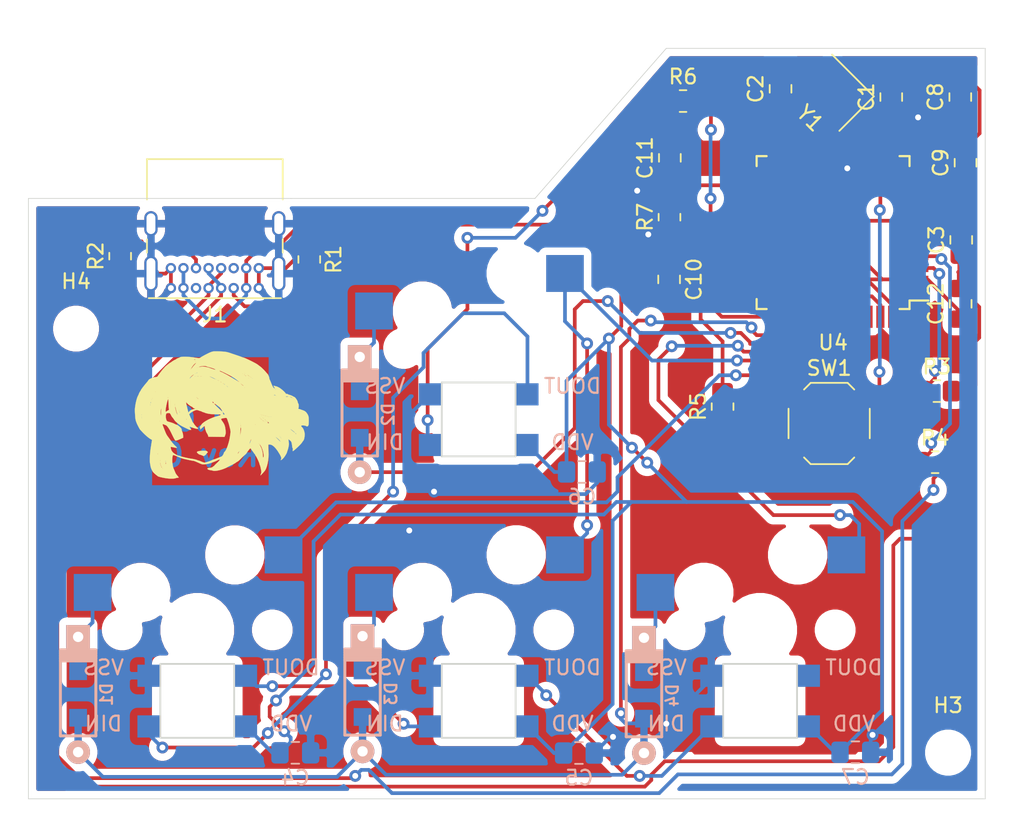
<source format=kicad_pcb>
(kicad_pcb (version 20171130) (host pcbnew "(5.1.10)-1")
  (layers (0 F.Cu signal) (31 B.Cu signal) (34 B.Paste user) (35 F.Paste user) (36 B.SilkS user) (37 F.SilkS user) (38 B.Mask user) (39 F.Mask user) (44 Edge.Cuts user))
  (net 0 "")
  (net 1 "Net-(C1-Pad1)")
  (net 2 GND)
  (net 3 "Net-(C2-Pad1)")
  (net 4 "Net-(C3-Pad2)")
  (net 5 VCC)
  (net 6 /Row1)
  (net 7 "Net-(D1-Pad1)")
  (net 8 /Row0)
  (net 9 "Net-(D2-Pad1)")
  (net 10 "Net-(D3-Pad1)")
  (net 11 "Net-(D4-Pad1)")
  (net 12 "Net-(J1-PadA5)")
  (net 13 "Net-(J1-PadA6)")
  (net 14 "Net-(J1-PadA7)")
  (net 15 "Net-(J1-PadA8)")
  (net 16 "Net-(J1-PadB8)")
  (net 17 "Net-(J1-PadB5)")
  (net 18 /D-)
  (net 19 /D+)
  (net 20 "Net-(R5-Pad1)")
  (net 21 /RGB)
  (net 22 "Net-(R6-Pad1)")
  (net 23 "Net-(R7-Pad2)")
  (net 24 /Col0)
  (net 25 "Net-(U1-Pad4)")
  (net 26 "Net-(U1-Pad5)")
  (net 27 /Col1)
  (net 28 "Net-(U3-Pad5)")
  (net 29 "Net-(U4-Pad1)")
  (net 30 "Net-(U4-Pad8)")
  (net 31 "Net-(U4-Pad9)")
  (net 32 "Net-(U4-Pad10)")
  (net 33 "Net-(U4-Pad11)")
  (net 34 "Net-(U4-Pad12)")
  (net 35 "Net-(U4-Pad18)")
  (net 36 "Net-(U4-Pad19)")
  (net 37 "Net-(U4-Pad20)")
  (net 38 "Net-(U4-Pad21)")
  (net 39 "Net-(U4-Pad22)")
  (net 40 "Net-(U4-Pad25)")
  (net 41 "Net-(U4-Pad26)")
  (net 42 "Net-(U4-Pad27)")
  (net 43 "Net-(U4-Pad28)")
  (net 44 "Net-(U4-Pad29)")
  (net 45 "Net-(U4-Pad30)")
  (net 46 "Net-(U4-Pad31)")
  (net 47 "Net-(U4-Pad36)")
  (net 48 /Col2)
  (net 49 "Net-(U4-Pad42)")
  (net 50 "Net-(U5-Pad5)")
  (module Graphics:logo (layer F.Cu) (at 190.881 96.3168)
    (fp_text reference G*** hide)
    (fp_text value LOGO hide)
  )
  (module Capacitor_SMD:C_0805_2012Metric_Pad1.18x1.45mm_HandSolder (layer F.Cu) (at 236.2073 74.4181 90)
    (fp_text reference C1 (at 0 -1.68 90) (layer F.SilkS))
    (fp_text value 22pF)
    (pad 2 smd roundrect (at 1.0375 0 90) (size 1.175 1.45) (layers F.Cu F.Paste F.Mask) (roundrect_rratio 0.2127659574468085) (net 2 GND))
    (pad 1 smd roundrect (at -1.0375 0 90) (size 1.175 1.45) (layers F.Cu F.Paste F.Mask) (roundrect_rratio 0.2127659574468085) (net 1 "Net-(C1-Pad1)"))
  )
  (module Capacitor_SMD:C_0805_2012Metric_Pad1.18x1.45mm_HandSolder (layer F.Cu) (at 228.7143 73.8593 90)
    (fp_text reference C2 (at 0 -1.68 90) (layer F.SilkS))
    (fp_text value 22pF)
    (pad 1 smd roundrect (at -1.0375 0 90) (size 1.175 1.45) (layers F.Cu F.Paste F.Mask) (roundrect_rratio 0.2127659574468085) (net 3 "Net-(C2-Pad1)"))
    (pad 2 smd roundrect (at 1.0375 0 90) (size 1.175 1.45) (layers F.Cu F.Paste F.Mask) (roundrect_rratio 0.2127659574468085) (net 2 GND))
  )
  (module Capacitor_SMD:C_0805_2012Metric_Pad1.18x1.45mm_HandSolder (layer F.Cu) (at 240.9444 84.0867 90)
    (fp_text reference C3 (at 0 -1.68 90) (layer F.SilkS))
    (fp_text value 1uF)
    (pad 1 smd roundrect (at -1.0375 0 90) (size 1.175 1.45) (layers F.Cu F.Paste F.Mask) (roundrect_rratio 0.2127659574468085) (net 2 GND))
    (pad 2 smd roundrect (at 1.0375 0 90) (size 1.175 1.45) (layers F.Cu F.Paste F.Mask) (roundrect_rratio 0.2127659574468085) (net 4 "Net-(C3-Pad2)"))
  )
  (module Capacitor_SMD:C_0805_2012Metric_Pad1.18x1.45mm_HandSolder (layer B.Cu) (at 195.8682 118.8085)
    (fp_text reference C4 (at 0 1.68) (layer B.SilkS) (effects (justify mirror)))
    (fp_text value 0.1uF)
    (pad 2 smd roundrect (at 1.0375 0) (size 1.175 1.45) (layers B.Cu B.Paste B.Mask) (roundrect_rratio 0.2127659574468085) (net 2 GND))
    (pad 1 smd roundrect (at -1.0375 0) (size 1.175 1.45) (layers B.Cu B.Paste B.Mask) (roundrect_rratio 0.2127659574468085) (net 5 VCC))
  )
  (module Capacitor_SMD:C_0805_2012Metric_Pad1.18x1.45mm_HandSolder (layer B.Cu) (at 215.0657 118.8212)
    (fp_text reference C5 (at 0 1.68) (layer B.SilkS) (effects (justify mirror)))
    (fp_text value 0.1uF)
    (pad 2 smd roundrect (at 1.0375 0) (size 1.175 1.45) (layers B.Cu B.Paste B.Mask) (roundrect_rratio 0.2127659574468085) (net 2 GND))
    (pad 1 smd roundrect (at -1.0375 0) (size 1.175 1.45) (layers B.Cu B.Paste B.Mask) (roundrect_rratio 0.2127659574468085) (net 5 VCC))
  )
  (module Capacitor_SMD:C_0805_2012Metric_Pad1.18x1.45mm_HandSolder (layer B.Cu) (at 215.265 99.7966)
    (fp_text reference C6 (at 0 1.68) (layer B.SilkS) (effects (justify mirror)))
    (fp_text value 0.1uF)
    (pad 1 smd roundrect (at -1.0375 0) (size 1.175 1.45) (layers B.Cu B.Paste B.Mask) (roundrect_rratio 0.2127659574468085) (net 5 VCC))
    (pad 2 smd roundrect (at 1.0375 0) (size 1.175 1.45) (layers B.Cu B.Paste B.Mask) (roundrect_rratio 0.2127659574468085) (net 2 GND))
  )
  (module Capacitor_SMD:C_0805_2012Metric_Pad1.18x1.45mm_HandSolder (layer B.Cu) (at 233.7777 118.7704)
    (fp_text reference C7 (at 0 1.68) (layer B.SilkS) (effects (justify mirror)))
    (fp_text value 0.1uF)
    (pad 2 smd roundrect (at 1.0375 0) (size 1.175 1.45) (layers B.Cu B.Paste B.Mask) (roundrect_rratio 0.2127659574468085) (net 2 GND))
    (pad 1 smd roundrect (at -1.0375 0) (size 1.175 1.45) (layers B.Cu B.Paste B.Mask) (roundrect_rratio 0.2127659574468085) (net 5 VCC))
  )
  (module Capacitor_SMD:C_0805_2012Metric_Pad1.18x1.45mm_HandSolder (layer F.Cu) (at 240.8809 74.4181 90)
    (fp_text reference C8 (at 0 -1.68 90) (layer F.SilkS))
    (fp_text value 0.1uF)
    (pad 1 smd roundrect (at -1.0375 0 90) (size 1.175 1.45) (layers F.Cu F.Paste F.Mask) (roundrect_rratio 0.2127659574468085) (net 5 VCC))
    (pad 2 smd roundrect (at 1.0375 0 90) (size 1.175 1.45) (layers F.Cu F.Paste F.Mask) (roundrect_rratio 0.2127659574468085) (net 2 GND))
  )
  (module Capacitor_SMD:C_0805_2012Metric_Pad1.18x1.45mm_HandSolder (layer F.Cu) (at 241.2365 78.8631 90)
    (fp_text reference C9 (at 0 -1.68 90) (layer F.SilkS))
    (fp_text value 0.1uF)
    (pad 2 smd roundrect (at 1.0375 0 90) (size 1.175 1.45) (layers F.Cu F.Paste F.Mask) (roundrect_rratio 0.2127659574468085) (net 2 GND))
    (pad 1 smd roundrect (at -1.0375 0 90) (size 1.175 1.45) (layers F.Cu F.Paste F.Mask) (roundrect_rratio 0.2127659574468085) (net 5 VCC))
  )
  (module Capacitor_SMD:C_0805_2012Metric_Pad1.18x1.45mm_HandSolder (layer F.Cu) (at 221.1705 86.7625 270)
    (fp_text reference C10 (at 0 -1.68 90) (layer F.SilkS))
    (fp_text value 0.1uF)
    (pad 1 smd roundrect (at -1.0375 0 270) (size 1.175 1.45) (layers F.Cu F.Paste F.Mask) (roundrect_rratio 0.2127659574468085) (net 5 VCC))
    (pad 2 smd roundrect (at 1.0375 0 270) (size 1.175 1.45) (layers F.Cu F.Paste F.Mask) (roundrect_rratio 0.2127659574468085) (net 2 GND))
  )
  (module Capacitor_SMD:C_0805_2012Metric_Pad1.18x1.45mm_HandSolder (layer F.Cu) (at 221.2213 78.5329 90)
    (fp_text reference C11 (at 0 -1.68 90) (layer F.SilkS))
    (fp_text value 0.1uF)
    (pad 2 smd roundrect (at 1.0375 0 90) (size 1.175 1.45) (layers F.Cu F.Paste F.Mask) (roundrect_rratio 0.2127659574468085) (net 2 GND))
    (pad 1 smd roundrect (at -1.0375 0 90) (size 1.175 1.45) (layers F.Cu F.Paste F.Mask) (roundrect_rratio 0.2127659574468085) (net 5 VCC))
  )
  (module Capacitor_SMD:C_0805_2012Metric_Pad1.18x1.45mm_HandSolder (layer F.Cu) (at 240.9063 88.4135 90)
    (fp_text reference C12 (at 0 -1.68 90) (layer F.SilkS))
    (fp_text value 4.7uF)
    (pad 1 smd roundrect (at -1.0375 0 90) (size 1.175 1.45) (layers F.Cu F.Paste F.Mask) (roundrect_rratio 0.2127659574468085) (net 5 VCC))
    (pad 2 smd roundrect (at 1.0375 0 90) (size 1.175 1.45) (layers F.Cu F.Paste F.Mask) (roundrect_rratio 0.2127659574468085) (net 2 GND))
  )
  (module keyboard_parts:D_SOD123_axial (layer B.Cu) (at 181.1655 114.8599 270)
    (fp_text reference D1 (at 0 -1.925 270) (layer B.SilkS) (effects (font (size 0.8 0.8)) (justify mirror)))
    (fp_text value DIODE hide)
    (pad 2 smd rect (at 1.575 0 270) (size 1.2 1.2) (layers B.Cu B.Paste B.Mask) (net 6 /Row1))
    (pad 1 smd rect (at -1.575 0 270) (size 1.2 1.2) (layers B.Cu B.Paste B.Mask) (net 7 "Net-(D1-Pad1)"))
    (pad 1 thru_hole rect (at -3.9 0 270) (size 1.6 1.6) (drill 0.7) (layers *.Cu *.Mask B.SilkS) (net 7 "Net-(D1-Pad1)"))
    (pad 2 thru_hole circle (at 3.9 0 270) (size 1.6 1.6) (drill 0.7) (layers *.Cu *.Mask B.SilkS) (net 6 /Row1))
    (pad 1 smd rect (at -2.7 0 270) (size 2.5 0.5) (layers B.Cu) (net 7 "Net-(D1-Pad1)"))
    (pad 2 smd rect (at 2.7 0 270) (size 2.5 0.5) (layers B.Cu) (net 6 /Row1))
  )
  (module keyboard_parts:D_SOD123_axial (layer B.Cu) (at 200.2282 95.9104 270)
    (fp_text reference D2 (at 0 -1.925 90) (layer B.SilkS) (effects (font (size 0.8 0.8)) (justify mirror)))
    (fp_text value DIODE hide)
    (pad 2 smd rect (at 2.7 0 270) (size 2.5 0.5) (layers B.Cu) (net 8 /Row0))
    (pad 1 smd rect (at -2.7 0 270) (size 2.5 0.5) (layers B.Cu) (net 9 "Net-(D2-Pad1)"))
    (pad 2 thru_hole circle (at 3.9 0 270) (size 1.6 1.6) (drill 0.7) (layers *.Cu *.Mask B.SilkS) (net 8 /Row0))
    (pad 1 thru_hole rect (at -3.9 0 270) (size 1.6 1.6) (drill 0.7) (layers *.Cu *.Mask B.SilkS) (net 9 "Net-(D2-Pad1)"))
    (pad 1 smd rect (at -1.575 0 270) (size 1.2 1.2) (layers B.Cu B.Paste B.Mask) (net 9 "Net-(D2-Pad1)"))
    (pad 2 smd rect (at 1.575 0 270) (size 1.2 1.2) (layers B.Cu B.Paste B.Mask) (net 8 /Row0))
  )
  (module keyboard_parts:D_SOD123_axial (layer B.Cu) (at 200.4187 114.8082 270)
    (fp_text reference D3 (at 0 -1.925 90) (layer B.SilkS) (effects (font (size 0.8 0.8)) (justify mirror)))
    (fp_text value DIODE hide)
    (pad 2 smd rect (at 1.575 0 270) (size 1.2 1.2) (layers B.Cu B.Paste B.Mask) (net 6 /Row1))
    (pad 1 smd rect (at -1.575 0 270) (size 1.2 1.2) (layers B.Cu B.Paste B.Mask) (net 10 "Net-(D3-Pad1)"))
    (pad 1 thru_hole rect (at -3.9 0 270) (size 1.6 1.6) (drill 0.7) (layers *.Cu *.Mask B.SilkS) (net 10 "Net-(D3-Pad1)"))
    (pad 2 thru_hole circle (at 3.9 0 270) (size 1.6 1.6) (drill 0.7) (layers *.Cu *.Mask B.SilkS) (net 6 /Row1))
    (pad 1 smd rect (at -2.7 0 270) (size 2.5 0.5) (layers B.Cu) (net 10 "Net-(D3-Pad1)"))
    (pad 2 smd rect (at 2.7 0 270) (size 2.5 0.5) (layers B.Cu) (net 6 /Row1))
  )
  (module keyboard_parts:D_SOD123_axial (layer B.Cu) (at 219.4687 114.9223 270)
    (fp_text reference D4 (at 0 -1.925 90) (layer B.SilkS) (effects (font (size 0.8 0.8)) (justify mirror)))
    (fp_text value DIODE hide)
    (pad 2 smd rect (at 2.7 0 270) (size 2.5 0.5) (layers B.Cu) (net 6 /Row1))
    (pad 1 smd rect (at -2.7 0 270) (size 2.5 0.5) (layers B.Cu) (net 11 "Net-(D4-Pad1)"))
    (pad 2 thru_hole circle (at 3.9 0 270) (size 1.6 1.6) (drill 0.7) (layers *.Cu *.Mask B.SilkS) (net 6 /Row1))
    (pad 1 thru_hole rect (at -3.9 0 270) (size 1.6 1.6) (drill 0.7) (layers *.Cu *.Mask B.SilkS) (net 11 "Net-(D4-Pad1)"))
    (pad 1 smd rect (at -1.575 0 270) (size 1.2 1.2) (layers B.Cu B.Paste B.Mask) (net 11 "Net-(D4-Pad1)"))
    (pad 2 smd rect (at 1.575 0 270) (size 1.2 1.2) (layers B.Cu B.Paste B.Mask) (net 6 /Row1))
  )
  (module Connector_USB:USB_C_Receptacle_GCT_USB4085 (layer F.Cu) (at 193.3956 87.3506 180)
    (fp_text reference J1 (at 2.975 -1.8) (layer F.SilkS))
    (fp_text value USB_C_Receptacle_USB2.0)
    (pad A1 thru_hole circle (at 0 0 180) (size 0.7 0.7) (drill 0.4) (layers *.Cu *.Mask) (net 2 GND))
    (pad A4 thru_hole circle (at 0.85 0 180) (size 0.7 0.7) (drill 0.4) (layers *.Cu *.Mask) (net 5 VCC))
    (pad A5 thru_hole circle (at 1.7 0 180) (size 0.7 0.7) (drill 0.4) (layers *.Cu *.Mask) (net 12 "Net-(J1-PadA5)"))
    (pad A6 thru_hole circle (at 2.55 0 180) (size 0.7 0.7) (drill 0.4) (layers *.Cu *.Mask) (net 13 "Net-(J1-PadA6)"))
    (pad A7 thru_hole circle (at 3.4 0 180) (size 0.7 0.7) (drill 0.4) (layers *.Cu *.Mask) (net 14 "Net-(J1-PadA7)"))
    (pad A8 thru_hole circle (at 4.25 0 180) (size 0.7 0.7) (drill 0.4) (layers *.Cu *.Mask) (net 15 "Net-(J1-PadA8)"))
    (pad A9 thru_hole circle (at 5.1 0 180) (size 0.7 0.7) (drill 0.4) (layers *.Cu *.Mask) (net 5 VCC))
    (pad A12 thru_hole circle (at 5.95 0 180) (size 0.7 0.7) (drill 0.4) (layers *.Cu *.Mask) (net 2 GND))
    (pad B9 thru_hole circle (at 0.85 1.35 180) (size 0.7 0.7) (drill 0.4) (layers *.Cu *.Mask) (net 5 VCC))
    (pad B7 thru_hole circle (at 2.55 1.35 180) (size 0.7 0.7) (drill 0.4) (layers *.Cu *.Mask) (net 14 "Net-(J1-PadA7)"))
    (pad B8 thru_hole circle (at 1.7 1.35 180) (size 0.7 0.7) (drill 0.4) (layers *.Cu *.Mask) (net 16 "Net-(J1-PadB8)"))
    (pad B12 thru_hole circle (at 0 1.35 180) (size 0.7 0.7) (drill 0.4) (layers *.Cu *.Mask) (net 2 GND))
    (pad B5 thru_hole circle (at 4.25 1.35 180) (size 0.7 0.7) (drill 0.4) (layers *.Cu *.Mask) (net 17 "Net-(J1-PadB5)"))
    (pad B4 thru_hole circle (at 5.1 1.35 180) (size 0.7 0.7) (drill 0.4) (layers *.Cu *.Mask) (net 5 VCC))
    (pad B1 thru_hole circle (at 5.95 1.35 180) (size 0.7 0.7) (drill 0.4) (layers *.Cu *.Mask) (net 2 GND))
    (pad B6 thru_hole circle (at 3.4 1.35 180) (size 0.7 0.7) (drill 0.4) (layers *.Cu *.Mask) (net 13 "Net-(J1-PadA6)"))
    (pad S1 thru_hole oval (at -1.35 0.98 180) (size 0.9 2.4) (drill oval 0.6 2.1) (layers *.Cu *.Mask) (net 2 GND))
    (pad S1 thru_hole oval (at 7.3 0.98 180) (size 0.9 2.4) (drill oval 0.6 2.1) (layers *.Cu *.Mask) (net 2 GND))
    (pad S1 thru_hole oval (at -1.35 4.36 180) (size 0.9 1.7) (drill oval 0.6 1.4) (layers *.Cu *.Mask) (net 2 GND))
    (pad S1 thru_hole oval (at 7.3 4.36 180) (size 0.9 1.7) (drill oval 0.6 1.4) (layers *.Cu *.Mask) (net 2 GND))
  )
  (module Resistor_SMD:R_0805_2012Metric_Pad1.20x1.40mm_HandSolder (layer F.Cu) (at 196.8119 85.4108 270)
    (fp_text reference R1 (at 0 -1.65 90) (layer F.SilkS))
    (fp_text value 5.1k)
    (pad 1 smd roundrect (at -1 0 270) (size 1.2 1.4) (layers F.Cu F.Paste F.Mask) (roundrect_rratio 0.2083325) (net 2 GND))
    (pad 2 smd roundrect (at 1 0 270) (size 1.2 1.4) (layers F.Cu F.Paste F.Mask) (roundrect_rratio 0.2083325) (net 12 "Net-(J1-PadA5)"))
  )
  (module Resistor_SMD:R_0805_2012Metric_Pad1.20x1.40mm_HandSolder (layer F.Cu) (at 184.0103 85.1883 90)
    (fp_text reference R2 (at 0 -1.65 90) (layer F.SilkS))
    (fp_text value 5.1k)
    (pad 2 smd roundrect (at 1 0 90) (size 1.2 1.4) (layers F.Cu F.Paste F.Mask) (roundrect_rratio 0.2083325) (net 17 "Net-(J1-PadB5)"))
    (pad 1 smd roundrect (at -1 0 90) (size 1.2 1.4) (layers F.Cu F.Paste F.Mask) (roundrect_rratio 0.2083325) (net 2 GND))
  )
  (module Resistor_SMD:R_0805_2012Metric_Pad1.20x1.40mm_HandSolder (layer F.Cu) (at 239.2967 94.3229)
    (fp_text reference R3 (at 0 -1.65) (layer F.SilkS))
    (fp_text value 22)
    (pad 1 smd roundrect (at -1 0) (size 1.2 1.4) (layers F.Cu F.Paste F.Mask) (roundrect_rratio 0.2083325) (net 18 /D-))
    (pad 2 smd roundrect (at 1 0) (size 1.2 1.4) (layers F.Cu F.Paste F.Mask) (roundrect_rratio 0.2083325) (net 14 "Net-(J1-PadA7)"))
  )
  (module Resistor_SMD:R_0805_2012Metric_Pad1.20x1.40mm_HandSolder (layer F.Cu) (at 239.1758 99.1362)
    (fp_text reference R4 (at 0 -1.65) (layer F.SilkS))
    (fp_text value 22)
    (pad 2 smd roundrect (at 1 0) (size 1.2 1.4) (layers F.Cu F.Paste F.Mask) (roundrect_rratio 0.2083325) (net 13 "Net-(J1-PadA6)"))
    (pad 1 smd roundrect (at -1 0) (size 1.2 1.4) (layers F.Cu F.Paste F.Mask) (roundrect_rratio 0.2083325) (net 19 /D+))
  )
  (module Resistor_SMD:R_0805_2012Metric_Pad1.20x1.40mm_HandSolder (layer F.Cu) (at 224.79 95.3737 90)
    (fp_text reference R5 (at 0 -1.65 90) (layer F.SilkS))
    (fp_text value 10k)
    (pad 1 smd roundrect (at -1 0 90) (size 1.2 1.4) (layers F.Cu F.Paste F.Mask) (roundrect_rratio 0.2083325) (net 20 "Net-(R5-Pad1)"))
    (pad 2 smd roundrect (at 1 0 90) (size 1.2 1.4) (layers F.Cu F.Paste F.Mask) (roundrect_rratio 0.2083325) (net 5 VCC))
  )
  (module Resistor_SMD:R_0805_2012Metric_Pad1.20x1.40mm_HandSolder (layer F.Cu) (at 222.1136 74.6887)
    (fp_text reference R6 (at 0 -1.65) (layer F.SilkS))
    (fp_text value 330)
    (pad 1 smd roundrect (at -1 0) (size 1.2 1.4) (layers F.Cu F.Paste F.Mask) (roundrect_rratio 0.2083325) (net 22 "Net-(R6-Pad1)"))
    (pad 2 smd roundrect (at 1 0) (size 1.2 1.4) (layers F.Cu F.Paste F.Mask) (roundrect_rratio 0.2083325) (net 21 /RGB))
  )
  (module Resistor_SMD:R_0805_2012Metric_Pad1.20x1.40mm_HandSolder (layer F.Cu) (at 221.1959 82.55 90)
    (fp_text reference R7 (at 0 -1.65 90) (layer F.SilkS))
    (fp_text value 10k)
    (pad 2 smd roundrect (at 1 0 90) (size 1.2 1.4) (layers F.Cu F.Paste F.Mask) (roundrect_rratio 0.2083325) (net 23 "Net-(R7-Pad2)"))
    (pad 1 smd roundrect (at -1 0 90) (size 1.2 1.4) (layers F.Cu F.Paste F.Mask) (roundrect_rratio 0.2083325) (net 2 GND))
  )
  (module Button_Switch_SMD:SW_SPST_TL3342 (layer F.Cu) (at 232.004 96.515)
    (fp_text reference SW1 (at 0 -3.75) (layer F.SilkS))
    (fp_text value SW_Push)
    (pad 1 smd rect (at -3.15 -1.9) (size 1.7 1) (layers F.Cu F.Paste F.Mask) (net 20 "Net-(R5-Pad1)"))
    (pad 1 smd rect (at 3.15 -1.9) (size 1.7 1) (layers F.Cu F.Paste F.Mask) (net 20 "Net-(R5-Pad1)"))
    (pad 2 smd rect (at -3.15 1.9) (size 1.7 1) (layers F.Cu F.Paste F.Mask) (net 2 GND))
    (pad 2 smd rect (at 3.15 1.9) (size 1.7 1) (layers F.Cu F.Paste F.Mask) (net 2 GND))
  )
  (module MX_Hotswap_Switches_SMD:MXOnly-1U-Hotswap (layer F.Cu) (at 189.23 110.49)
    (fp_text reference U1)
    (fp_text value CherryMX_LTST-A683CEGBW)
    (fp_line (start 2.5 7.3) (end -2.5 7.3) (layer Edge.Cuts) (width 0.12))
    (fp_line (start 2.5 2.3) (end 2.5 7.3) (layer Edge.Cuts) (width 0.12))
    (fp_line (start -2.5 2.3) (end 2.5 2.3) (layer Edge.Cuts) (width 0.12))
    (fp_line (start -2.5 7.3) (end -2.5 2.3) (layer Edge.Cuts) (width 0.12))
    (fp_text user VDD (at 6.35 6.35 180) (layer B.SilkS) (effects (justify mirror)))
    (fp_text user DOUT (at 6.35 2.54 180) (layer B.SilkS) (effects (justify mirror)))
    (fp_text user DIN (at -6.35 6.35) (layer B.SilkS) (effects (justify mirror)))
    (fp_text user VSS (at -6.35 2.54) (layer B.SilkS) (effects (justify mirror)))
    (pad 3 smd rect (at -3.302 3.102) (size 1.5 1.5) (layers B.Cu B.Paste B.Mask) (net 2 GND))
    (pad 5 smd rect (at 3.302 3.102) (size 1.5 1.5) (layers B.Cu B.Paste B.Mask) (net 26 "Net-(U1-Pad5)"))
    (pad 4 smd rect (at -3.302 6.531) (size 1.5 1.5) (layers B.Cu B.Paste B.Mask) (net 25 "Net-(U1-Pad4)"))
    (pad 6 smd rect (at 3.302 6.531) (size 1.5 1.5) (layers B.Cu B.Paste B.Mask) (net 5 VCC))
    (pad 2 smd rect (at 5.842 -5.08) (size 2.55 2.5) (layers B.Cu B.Paste B.Mask) (net 24 /Col0))
    (pad 1 smd rect (at -7.085 -2.54) (size 2.55 2.5) (layers B.Cu B.Paste B.Mask) (net 7 "Net-(D1-Pad1)"))
    (pad "" np_thru_hole circle (at 5.08 0 48.0996) (size 1.75 1.75) (drill 1.75) (layers *.Cu *.Mask))
    (pad "" np_thru_hole circle (at -5.08 0 48.0996) (size 1.75 1.75) (drill 1.75) (layers *.Cu *.Mask))
    (pad "" np_thru_hole circle (at -3.81 -2.54) (size 3 3) (drill 3) (layers *.Cu *.Mask))
    (pad "" np_thru_hole circle (at 0 0) (size 3.9878 3.9878) (drill 3.9878) (layers *.Cu *.Mask))
    (pad "" np_thru_hole circle (at 2.54 -5.08) (size 3 3) (drill 3) (layers *.Cu *.Mask))
  )
  (module MX_Hotswap_Switches_SMD:MXOnly-1U-Hotswap (layer F.Cu) (at 208.28 91.44)
    (fp_text reference U2)
    (fp_text value CherryMX_LTST-A683CEGBW)
    (fp_line (start 2.5 7.3) (end -2.5 7.3) (layer Edge.Cuts) (width 0.12))
    (fp_line (start 2.5 2.3) (end 2.5 7.3) (layer Edge.Cuts) (width 0.12))
    (fp_line (start -2.5 2.3) (end 2.5 2.3) (layer Edge.Cuts) (width 0.12))
    (fp_line (start -2.5 7.3) (end -2.5 2.3) (layer Edge.Cuts) (width 0.12))
    (fp_text user VDD (at 6.35 6.35 180) (layer B.SilkS) (effects (justify mirror)))
    (fp_text user DOUT (at 6.35 2.54 180) (layer B.SilkS) (effects (justify mirror)))
    (fp_text user DIN (at -6.35 6.35) (layer B.SilkS) (effects (justify mirror)))
    (fp_text user VSS (at -6.35 2.54) (layer B.SilkS) (effects (justify mirror)))
    (pad 3 smd rect (at -3.302 3.102) (size 1.5 1.5) (layers B.Cu B.Paste B.Mask) (net 2 GND))
    (pad 5 smd rect (at 3.302 3.102) (size 1.5 1.5) (layers B.Cu B.Paste B.Mask) (net 25 "Net-(U1-Pad4)"))
    (pad 4 smd rect (at -3.302 6.531) (size 1.5 1.5) (layers B.Cu B.Paste B.Mask) (net 22 "Net-(R6-Pad1)"))
    (pad 6 smd rect (at 3.302 6.531) (size 1.5 1.5) (layers B.Cu B.Paste B.Mask) (net 5 VCC))
    (pad 2 smd rect (at 5.842 -5.08) (size 2.55 2.5) (layers B.Cu B.Paste B.Mask) (net 27 /Col1))
    (pad 1 smd rect (at -7.085 -2.54) (size 2.55 2.5) (layers B.Cu B.Paste B.Mask) (net 9 "Net-(D2-Pad1)"))
    (pad "" np_thru_hole circle (at 5.08 0 48.0996) (size 1.75 1.75) (drill 1.75) (layers *.Cu *.Mask))
    (pad "" np_thru_hole circle (at -5.08 0 48.0996) (size 1.75 1.75) (drill 1.75) (layers *.Cu *.Mask))
    (pad "" np_thru_hole circle (at -3.81 -2.54) (size 3 3) (drill 3) (layers *.Cu *.Mask))
    (pad "" np_thru_hole circle (at 0 0) (size 3.9878 3.9878) (drill 3.9878) (layers *.Cu *.Mask))
    (pad "" np_thru_hole circle (at 2.54 -5.08) (size 3 3) (drill 3) (layers *.Cu *.Mask))
  )
  (module MX_Hotswap_Switches_SMD:MXOnly-1U-Hotswap (layer F.Cu) (at 208.28 110.49)
    (fp_text reference U3)
    (fp_text value CherryMX_LTST-A683CEGBW)
    (fp_line (start -2.5 7.3) (end -2.5 2.3) (layer Edge.Cuts) (width 0.12))
    (fp_line (start -2.5 2.3) (end 2.5 2.3) (layer Edge.Cuts) (width 0.12))
    (fp_line (start 2.5 2.3) (end 2.5 7.3) (layer Edge.Cuts) (width 0.12))
    (fp_line (start 2.5 7.3) (end -2.5 7.3) (layer Edge.Cuts) (width 0.12))
    (fp_text user VSS (at -6.35 2.54) (layer B.SilkS) (effects (justify mirror)))
    (fp_text user DIN (at -6.35 6.35) (layer B.SilkS) (effects (justify mirror)))
    (fp_text user DOUT (at 6.35 2.54 180) (layer B.SilkS) (effects (justify mirror)))
    (fp_text user VDD (at 6.35 6.35 180) (layer B.SilkS) (effects (justify mirror)))
    (pad "" np_thru_hole circle (at 2.54 -5.08) (size 3 3) (drill 3) (layers *.Cu *.Mask))
    (pad "" np_thru_hole circle (at 0 0) (size 3.9878 3.9878) (drill 3.9878) (layers *.Cu *.Mask))
    (pad "" np_thru_hole circle (at -3.81 -2.54) (size 3 3) (drill 3) (layers *.Cu *.Mask))
    (pad "" np_thru_hole circle (at -5.08 0 48.0996) (size 1.75 1.75) (drill 1.75) (layers *.Cu *.Mask))
    (pad "" np_thru_hole circle (at 5.08 0 48.0996) (size 1.75 1.75) (drill 1.75) (layers *.Cu *.Mask))
    (pad 1 smd rect (at -7.085 -2.54) (size 2.55 2.5) (layers B.Cu B.Paste B.Mask) (net 10 "Net-(D3-Pad1)"))
    (pad 2 smd rect (at 5.842 -5.08) (size 2.55 2.5) (layers B.Cu B.Paste B.Mask) (net 27 /Col1))
    (pad 6 smd rect (at 3.302 6.531) (size 1.5 1.5) (layers B.Cu B.Paste B.Mask) (net 5 VCC))
    (pad 4 smd rect (at -3.302 6.531) (size 1.5 1.5) (layers B.Cu B.Paste B.Mask) (net 26 "Net-(U1-Pad5)"))
    (pad 5 smd rect (at 3.302 3.102) (size 1.5 1.5) (layers B.Cu B.Paste B.Mask) (net 28 "Net-(U3-Pad5)"))
    (pad 3 smd rect (at -3.302 3.102) (size 1.5 1.5) (layers B.Cu B.Paste B.Mask) (net 2 GND))
  )
  (module Housings_QFP:TQFP-44_10x10mm_Pitch0.8mm (layer F.Cu) (at 232.2703 83.5914 180)
    (fp_text reference U4 (at 0 -7.45) (layer F.SilkS))
    (fp_text value ATMEGA32U4)
    (pad 1 smd rect (at -5.7 -4 180) (size 1.5 0.55) (layers F.Cu F.Paste F.Mask) (net 29 "Net-(U4-Pad1)"))
    (pad 2 smd rect (at -5.7 -3.2 180) (size 1.5 0.55) (layers F.Cu F.Paste F.Mask) (net 5 VCC))
    (pad 3 smd rect (at -5.7 -2.4 180) (size 1.5 0.55) (layers F.Cu F.Paste F.Mask) (net 18 /D-))
    (pad 4 smd rect (at -5.7 -1.6 180) (size 1.5 0.55) (layers F.Cu F.Paste F.Mask) (net 19 /D+))
    (pad 5 smd rect (at -5.7 -0.8 180) (size 1.5 0.55) (layers F.Cu F.Paste F.Mask) (net 2 GND))
    (pad 6 smd rect (at -5.7 0 180) (size 1.5 0.55) (layers F.Cu F.Paste F.Mask) (net 4 "Net-(C3-Pad2)"))
    (pad 7 smd rect (at -5.7 0.8 180) (size 1.5 0.55) (layers F.Cu F.Paste F.Mask) (net 5 VCC))
    (pad 8 smd rect (at -5.7 1.6 180) (size 1.5 0.55) (layers F.Cu F.Paste F.Mask) (net 30 "Net-(U4-Pad8)"))
    (pad 9 smd rect (at -5.7 2.4 180) (size 1.5 0.55) (layers F.Cu F.Paste F.Mask) (net 31 "Net-(U4-Pad9)"))
    (pad 10 smd rect (at -5.7 3.2 180) (size 1.5 0.55) (layers F.Cu F.Paste F.Mask) (net 32 "Net-(U4-Pad10)"))
    (pad 11 smd rect (at -5.7 4 180) (size 1.5 0.55) (layers F.Cu F.Paste F.Mask) (net 33 "Net-(U4-Pad11)"))
    (pad 12 smd rect (at -4 5.7 270) (size 1.5 0.55) (layers F.Cu F.Paste F.Mask) (net 34 "Net-(U4-Pad12)"))
    (pad 13 smd rect (at -3.2 5.7 270) (size 1.5 0.55) (layers F.Cu F.Paste F.Mask) (net 20 "Net-(R5-Pad1)"))
    (pad 14 smd rect (at -2.4 5.7 270) (size 1.5 0.55) (layers F.Cu F.Paste F.Mask) (net 5 VCC))
    (pad 15 smd rect (at -1.6 5.7 270) (size 1.5 0.55) (layers F.Cu F.Paste F.Mask) (net 2 GND))
    (pad 16 smd rect (at -0.8 5.7 270) (size 1.5 0.55) (layers F.Cu F.Paste F.Mask) (net 1 "Net-(C1-Pad1)"))
    (pad 17 smd rect (at 0 5.7 270) (size 1.5 0.55) (layers F.Cu F.Paste F.Mask) (net 3 "Net-(C2-Pad1)"))
    (pad 18 smd rect (at 0.8 5.7 270) (size 1.5 0.55) (layers F.Cu F.Paste F.Mask) (net 35 "Net-(U4-Pad18)"))
    (pad 19 smd rect (at 1.6 5.7 270) (size 1.5 0.55) (layers F.Cu F.Paste F.Mask) (net 36 "Net-(U4-Pad19)"))
    (pad 20 smd rect (at 2.4 5.7 270) (size 1.5 0.55) (layers F.Cu F.Paste F.Mask) (net 37 "Net-(U4-Pad20)"))
    (pad 21 smd rect (at 3.2 5.7 270) (size 1.5 0.55) (layers F.Cu F.Paste F.Mask) (net 38 "Net-(U4-Pad21)"))
    (pad 22 smd rect (at 4 5.7 270) (size 1.5 0.55) (layers F.Cu F.Paste F.Mask) (net 39 "Net-(U4-Pad22)"))
    (pad 23 smd rect (at 5.7 4 180) (size 1.5 0.55) (layers F.Cu F.Paste F.Mask) (net 2 GND))
    (pad 24 smd rect (at 5.7 3.2 180) (size 1.5 0.55) (layers F.Cu F.Paste F.Mask) (net 5 VCC))
    (pad 25 smd rect (at 5.7 2.4 180) (size 1.5 0.55) (layers F.Cu F.Paste F.Mask) (net 40 "Net-(U4-Pad25)"))
    (pad 26 smd rect (at 5.7 1.6 180) (size 1.5 0.55) (layers F.Cu F.Paste F.Mask) (net 41 "Net-(U4-Pad26)"))
    (pad 27 smd rect (at 5.7 0.8 180) (size 1.5 0.55) (layers F.Cu F.Paste F.Mask) (net 42 "Net-(U4-Pad27)"))
    (pad 28 smd rect (at 5.7 0 180) (size 1.5 0.55) (layers F.Cu F.Paste F.Mask) (net 43 "Net-(U4-Pad28)"))
    (pad 29 smd rect (at 5.7 -0.8 180) (size 1.5 0.55) (layers F.Cu F.Paste F.Mask) (net 44 "Net-(U4-Pad29)"))
    (pad 30 smd rect (at 5.7 -1.6 180) (size 1.5 0.55) (layers F.Cu F.Paste F.Mask) (net 45 "Net-(U4-Pad30)"))
    (pad 31 smd rect (at 5.7 -2.4 180) (size 1.5 0.55) (layers F.Cu F.Paste F.Mask) (net 46 "Net-(U4-Pad31)"))
    (pad 32 smd rect (at 5.7 -3.2 180) (size 1.5 0.55) (layers F.Cu F.Paste F.Mask) (net 21 /RGB))
    (pad 33 smd rect (at 5.7 -4 180) (size 1.5 0.55) (layers F.Cu F.Paste F.Mask) (net 23 "Net-(R7-Pad2)"))
    (pad 34 smd rect (at 4 -5.7 270) (size 1.5 0.55) (layers F.Cu F.Paste F.Mask) (net 5 VCC))
    (pad 35 smd rect (at 3.2 -5.7 270) (size 1.5 0.55) (layers F.Cu F.Paste F.Mask) (net 2 GND))
    (pad 36 smd rect (at 2.4 -5.7 270) (size 1.5 0.55) (layers F.Cu F.Paste F.Mask) (net 47 "Net-(U4-Pad36)"))
    (pad 37 smd rect (at 1.6 -5.7 270) (size 1.5 0.55) (layers F.Cu F.Paste F.Mask) (net 6 /Row1))
    (pad 38 smd rect (at 0.8 -5.7 270) (size 1.5 0.55) (layers F.Cu F.Paste F.Mask) (net 8 /Row0))
    (pad 39 smd rect (at 0 -5.7 270) (size 1.5 0.55) (layers F.Cu F.Paste F.Mask) (net 48 /Col2))
    (pad 40 smd rect (at -0.8 -5.7 270) (size 1.5 0.55) (layers F.Cu F.Paste F.Mask) (net 27 /Col1))
    (pad 41 smd rect (at -1.6 -5.7 270) (size 1.5 0.55) (layers F.Cu F.Paste F.Mask) (net 24 /Col0))
    (pad 42 smd rect (at -2.4 -5.7 270) (size 1.5 0.55) (layers F.Cu F.Paste F.Mask) (net 49 "Net-(U4-Pad42)"))
    (pad 43 smd rect (at -3.2 -5.7 270) (size 1.5 0.55) (layers F.Cu F.Paste F.Mask) (net 2 GND))
    (pad 44 smd rect (at -4 -5.7 270) (size 1.5 0.55) (layers F.Cu F.Paste F.Mask) (net 5 VCC))
  )
  (module MX_Hotswap_Switches_SMD:MXOnly-1U-Hotswap (layer F.Cu) (at 227.33 110.49)
    (fp_text reference U5)
    (fp_text value CherryMX_LTST-A683CEGBW)
    (fp_line (start -2.5 7.3) (end -2.5 2.3) (layer Edge.Cuts) (width 0.12))
    (fp_line (start -2.5 2.3) (end 2.5 2.3) (layer Edge.Cuts) (width 0.12))
    (fp_line (start 2.5 2.3) (end 2.5 7.3) (layer Edge.Cuts) (width 0.12))
    (fp_line (start 2.5 7.3) (end -2.5 7.3) (layer Edge.Cuts) (width 0.12))
    (fp_text user VSS (at -6.35 2.54) (layer B.SilkS) (effects (justify mirror)))
    (fp_text user DIN (at -6.35 6.35) (layer B.SilkS) (effects (justify mirror)))
    (fp_text user DOUT (at 6.35 2.54 180) (layer B.SilkS) (effects (justify mirror)))
    (fp_text user VDD (at 6.35 6.35 180) (layer B.SilkS) (effects (justify mirror)))
    (pad "" np_thru_hole circle (at 2.54 -5.08) (size 3 3) (drill 3) (layers *.Cu *.Mask))
    (pad "" np_thru_hole circle (at 0 0) (size 3.9878 3.9878) (drill 3.9878) (layers *.Cu *.Mask))
    (pad "" np_thru_hole circle (at -3.81 -2.54) (size 3 3) (drill 3) (layers *.Cu *.Mask))
    (pad "" np_thru_hole circle (at -5.08 0 48.0996) (size 1.75 1.75) (drill 1.75) (layers *.Cu *.Mask))
    (pad "" np_thru_hole circle (at 5.08 0 48.0996) (size 1.75 1.75) (drill 1.75) (layers *.Cu *.Mask))
    (pad 1 smd rect (at -7.085 -2.54) (size 2.55 2.5) (layers B.Cu B.Paste B.Mask) (net 11 "Net-(D4-Pad1)"))
    (pad 2 smd rect (at 5.842 -5.08) (size 2.55 2.5) (layers B.Cu B.Paste B.Mask) (net 48 /Col2))
    (pad 6 smd rect (at 3.302 6.531) (size 1.5 1.5) (layers B.Cu B.Paste B.Mask) (net 5 VCC))
    (pad 4 smd rect (at -3.302 6.531) (size 1.5 1.5) (layers B.Cu B.Paste B.Mask) (net 28 "Net-(U3-Pad5)"))
    (pad 5 smd rect (at 3.302 3.102) (size 1.5 1.5) (layers B.Cu B.Paste B.Mask) (net 50 "Net-(U5-Pad5)"))
    (pad 3 smd rect (at -3.302 3.102) (size 1.5 1.5) (layers B.Cu B.Paste B.Mask) (net 2 GND))
  )
  (module Crystal:Crystal_SMD_3225-4Pin_3.2x2.5mm (layer F.Cu) (at 232.447077 74.124458 135)
    (fp_text reference Y1 (at 0 -2.45 135) (layer F.SilkS))
    (fp_text value Crystal_GND24)
    (pad 1 smd rect (at -1.1 0.85 135) (size 1.4 1.2) (layers F.Cu F.Paste F.Mask) (net 1 "Net-(C1-Pad1)"))
    (pad 2 smd rect (at 1.1 0.85 135) (size 1.4 1.2) (layers F.Cu F.Paste F.Mask) (net 2 GND))
    (pad 3 smd rect (at 1.1 -0.85 135) (size 1.4 1.2) (layers F.Cu F.Paste F.Mask) (net 3 "Net-(C2-Pad1)"))
    (pad 4 smd rect (at -1.1 -0.85 135) (size 1.4 1.2) (layers F.Cu F.Paste F.Mask) (net 2 GND))
  )
  (module MountingHole:MountingHole_2.1mm (layer F.Cu) (at 240.0554 118.7958)
    (fp_text reference H3 (at 0 -3.2) (layer F.SilkS))
    (fp_text value MountingHole)
    (pad "" np_thru_hole circle (at 0 0) (size 2.1 2.1) (drill 2.1) (layers *.Cu *.Mask))
  )
  (module MountingHole:MountingHole_2.1mm (layer F.Cu) (at 181.0258 90.0938)
    (fp_text reference H4 (at 0 -3.2) (layer F.SilkS))
    (fp_text value MountingHole)
    (pad "" np_thru_hole circle (at 0 0) (size 2.1 2.1) (drill 2.1) (layers *.Cu *.Mask))
  )
  (gr_text "Labbe\nV1.0\nRev 0" (at 190.119 96.2406) (layer B.Cu) (effects (font (size 1.5 1.5) (thickness 0.3)) (justify mirror)))
  (gr_line (start 212.09 81.28) (end 195.58 81.28) (layer Edge.Cuts) (width 0.05))
  (gr_line (start 220.98 71.12) (end 212.09 81.28) (layer Edge.Cuts) (width 0.05))
  (gr_line (start 242.57 71.12) (end 220.98 71.12) (layer Edge.Cuts) (width 0.05))
  (gr_line (start 242.57 121.92) (end 242.57 71.12) (layer Edge.Cuts) (width 0.05))
  (gr_line (start 177.8 121.92) (end 242.57 121.92) (layer Edge.Cuts) (width 0.05))
  (gr_line (start 177.8 81.28) (end 177.8 121.92) (layer Edge.Cuts) (width 0.05))
  (gr_line (start 195.58 81.28) (end 177.8 81.28) (layer Edge.Cuts) (width 0.05))
  (segment (start 235.052935 74.301235) (end 236.2073 75.4556) (width 0.25) (layer F.Cu) (net 1))
  (segment (start 233.825935 74.301235) (end 235.052935 74.301235) (width 0.25) (layer F.Cu) (net 1))
  (segment (start 233.0703 77.081398) (end 233.0703 77.8914) (width 0.25) (layer F.Cu) (net 1))
  (segment (start 234.32091 75.830788) (end 233.0703 77.081398) (width 0.25) (layer F.Cu) (net 1))
  (segment (start 234.32091 74.79621) (end 234.32091 75.830788) (width 0.25) (layer F.Cu) (net 1))
  (segment (start 233.825935 74.301235) (end 234.32091 74.79621) (width 0.25) (layer F.Cu) (net 1))
  (segment (start 193.3956 86.0006) (end 193.3956 87.3506) (width 0.25) (layer F.Cu) (net 2))
  (segment (start 194.3756 86.0006) (end 194.7456 86.3706) (width 0.25) (layer F.Cu) (net 2))
  (segment (start 193.3956 86.0006) (end 194.3756 86.0006) (width 0.25) (layer F.Cu) (net 2))
  (segment (start 194.8521 86.3706) (end 196.8119 84.4108) (width 0.25) (layer F.Cu) (net 2))
  (segment (start 194.7456 86.3706) (end 194.8521 86.3706) (width 0.25) (layer F.Cu) (net 2))
  (segment (start 187.0756 86.3706) (end 187.4456 86.0006) (width 0.25) (layer F.Cu) (net 2))
  (segment (start 186.0956 86.3706) (end 187.0756 86.3706) (width 0.25) (layer F.Cu) (net 2))
  (via (at 220.98 116.84) (size 0.8) (drill 0.4) (layers F.Cu B.Cu) (net 2))
  (segment (start 224.028 113.792) (end 220.98 116.84) (width 0.25) (layer B.Cu) (net 2))
  (segment (start 224.028 113.592) (end 224.028 113.792) (width 0.25) (layer B.Cu) (net 2))
  (segment (start 220.98 116.84) (end 220.4466 117.3734) (width 0.25) (layer F.Cu) (net 2))
  (via (at 217.3732 117.729) (size 0.8) (drill 0.4) (layers F.Cu B.Cu) (net 2))
  (segment (start 217.7288 117.3734) (end 217.3732 117.729) (width 0.25) (layer F.Cu) (net 2))
  (segment (start 220.4466 117.3734) (end 217.7288 117.3734) (width 0.25) (layer F.Cu) (net 2))
  (segment (start 217.1954 117.729) (end 216.1032 118.8212) (width 0.25) (layer B.Cu) (net 2))
  (segment (start 217.3732 117.729) (end 217.1954 117.729) (width 0.25) (layer B.Cu) (net 2))
  (via (at 234.941953 117.593953) (size 0.8) (drill 0.4) (layers F.Cu B.Cu) (net 2))
  (segment (start 234.8152 117.720706) (end 234.941953 117.593953) (width 0.25) (layer B.Cu) (net 2))
  (segment (start 234.8152 118.7704) (end 234.8152 117.720706) (width 0.25) (layer B.Cu) (net 2))
  (segment (start 234.941953 117.593953) (end 233.740106 118.7958) (width 0.25) (layer F.Cu) (net 2))
  (segment (start 222.9358 118.7958) (end 220.98 116.84) (width 0.25) (layer F.Cu) (net 2))
  (segment (start 233.740106 118.7958) (end 222.9358 118.7958) (width 0.25) (layer F.Cu) (net 2))
  (segment (start 224.4743 77.4954) (end 226.5703 79.5914) (width 0.25) (layer F.Cu) (net 2))
  (segment (start 221.2213 77.4954) (end 224.4743 77.4954) (width 0.25) (layer F.Cu) (net 2))
  (via (at 219.009297 80.757097) (size 0.8) (drill 0.4) (layers F.Cu B.Cu) (net 2))
  (segment (start 219.009297 79.707403) (end 219.009297 80.757097) (width 0.25) (layer F.Cu) (net 2))
  (segment (start 221.2213 77.4954) (end 219.009297 79.707403) (width 0.25) (layer F.Cu) (net 2))
  (via (at 219.7608 83.7184) (size 0.8) (drill 0.4) (layers F.Cu B.Cu) (net 2))
  (segment (start 219.009297 82.966897) (end 219.7608 83.7184) (width 0.25) (layer B.Cu) (net 2))
  (segment (start 219.009297 80.757097) (end 219.009297 82.966897) (width 0.25) (layer B.Cu) (net 2))
  (segment (start 221.0275 83.7184) (end 221.1959 83.55) (width 0.25) (layer F.Cu) (net 2))
  (segment (start 219.7608 83.7184) (end 221.0275 83.7184) (width 0.25) (layer F.Cu) (net 2))
  (segment (start 235.4703 90.101402) (end 236.478698 91.1098) (width 0.25) (layer F.Cu) (net 2))
  (segment (start 235.4703 89.2914) (end 235.4703 90.101402) (width 0.25) (layer F.Cu) (net 2))
  (segment (start 241.7572 91.1098) (end 242.1636 90.7034) (width 0.25) (layer F.Cu) (net 2))
  (segment (start 236.478698 91.1098) (end 241.7572 91.1098) (width 0.25) (layer F.Cu) (net 2))
  (segment (start 242.1636 88.6333) (end 240.9063 87.376) (width 0.25) (layer F.Cu) (net 2))
  (segment (start 242.1636 90.7034) (end 242.1636 88.6333) (width 0.25) (layer F.Cu) (net 2))
  (segment (start 240.2116 84.3914) (end 240.9444 85.1242) (width 0.25) (layer F.Cu) (net 2))
  (segment (start 237.9703 84.3914) (end 240.2116 84.3914) (width 0.25) (layer F.Cu) (net 2))
  (segment (start 241.6059 73.3806) (end 242.189 73.9637) (width 0.25) (layer F.Cu) (net 2))
  (segment (start 240.8809 73.3806) (end 241.6059 73.3806) (width 0.25) (layer F.Cu) (net 2))
  (segment (start 242.189 76.8731) (end 241.2365 77.8256) (width 0.25) (layer F.Cu) (net 2))
  (segment (start 242.189 73.9637) (end 242.189 76.8731) (width 0.25) (layer F.Cu) (net 2))
  (segment (start 232.312468 75.19193) (end 232.623854 75.503316) (width 0.25) (layer F.Cu) (net 2))
  (segment (start 232.312468 72.787768) (end 232.312468 75.19193) (width 0.25) (layer F.Cu) (net 2))
  (segment (start 232.2703 72.7456) (end 232.312468 72.787768) (width 0.25) (layer F.Cu) (net 2))
  (via (at 238.0234 75.7936) (size 0.8) (drill 0.4) (layers F.Cu B.Cu) (net 2))
  (segment (start 240.4364 73.3806) (end 238.0234 75.7936) (width 0.25) (layer F.Cu) (net 2))
  (segment (start 240.8809 73.3806) (end 240.4364 73.3806) (width 0.25) (layer F.Cu) (net 2))
  (via (at 233.231228 79.241402) (size 0.8) (drill 0.4) (layers F.Cu B.Cu) (net 2))
  (segment (start 234.575598 79.241402) (end 233.231228 79.241402) (width 0.25) (layer B.Cu) (net 2))
  (segment (start 238.0234 75.7936) (end 234.575598 79.241402) (width 0.25) (layer B.Cu) (net 2))
  (segment (start 233.8703 78.60233) (end 233.8703 77.8914) (width 0.25) (layer F.Cu) (net 2))
  (segment (start 233.231228 79.241402) (end 233.8703 78.60233) (width 0.25) (layer F.Cu) (net 2))
  (segment (start 216.3025 100.5216) (end 215.5289 101.2952) (width 0.25) (layer B.Cu) (net 2))
  (segment (start 216.3025 99.7966) (end 216.3025 100.5216) (width 0.25) (layer B.Cu) (net 2))
  (segment (start 215.5289 101.2952) (end 205.2574 101.2952) (width 0.25) (layer B.Cu) (net 2))
  (segment (start 205.2574 101.2952) (end 203.3524 99.3902) (width 0.25) (layer B.Cu) (net 2))
  (segment (start 203.3524 96.1676) (end 204.978 94.542) (width 0.25) (layer B.Cu) (net 2))
  (segment (start 203.3524 99.3902) (end 203.3524 96.1676) (width 0.25) (layer B.Cu) (net 2))
  (segment (start 204.978 113.592) (end 202.638 113.592) (width 0.25) (layer B.Cu) (net 2))
  (segment (start 202.638 113.592) (end 201.4982 114.7318) (width 0.25) (layer B.Cu) (net 2))
  (segment (start 200.132298 114.7318) (end 198.8566 113.456102) (width 0.25) (layer B.Cu) (net 2))
  (segment (start 201.4982 114.7318) (end 200.132298 114.7318) (width 0.25) (layer B.Cu) (net 2))
  (segment (start 198.8566 113.456102) (end 198.8566 106.1974) (width 0.25) (layer B.Cu) (net 2))
  (via (at 203.581 103.759) (size 0.8) (drill 0.4) (layers F.Cu B.Cu) (net 2))
  (segment (start 201.295 103.759) (end 203.581 103.759) (width 0.25) (layer B.Cu) (net 2))
  (segment (start 198.8566 106.1974) (end 201.295 103.759) (width 0.25) (layer B.Cu) (net 2))
  (via (at 205.2574 101.129) (size 0.8) (drill 0.4) (layers F.Cu B.Cu) (net 2))
  (segment (start 203.581 102.8054) (end 205.2574 101.129) (width 0.25) (layer F.Cu) (net 2))
  (segment (start 203.581 103.759) (end 203.581 102.8054) (width 0.25) (layer F.Cu) (net 2))
  (segment (start 184.1926 86.3706) (end 184.0103 86.1883) (width 0.25) (layer F.Cu) (net 2))
  (segment (start 186.0956 86.3706) (end 184.1926 86.3706) (width 0.25) (layer F.Cu) (net 2))
  (segment (start 187.4456 86.0006) (end 187.4456 87.3506) (width 0.25) (layer F.Cu) (net 2))
  (segment (start 235.4703 88.481398) (end 234.898302 87.9094) (width 0.25) (layer F.Cu) (net 2))
  (segment (start 235.4703 89.2914) (end 235.4703 88.481398) (width 0.25) (layer F.Cu) (net 2))
  (segment (start 229.0703 88.3281) (end 229.0703 89.2914) (width 0.25) (layer F.Cu) (net 2))
  (segment (start 229.489 87.9094) (end 229.0703 88.3281) (width 0.25) (layer F.Cu) (net 2))
  (segment (start 234.898302 87.9094) (end 229.489 87.9094) (width 0.25) (layer F.Cu) (net 2))
  (segment (start 229.663419 73.947681) (end 228.7143 74.8968) (width 0.25) (layer F.Cu) (net 3))
  (segment (start 231.068219 73.947681) (end 229.663419 73.947681) (width 0.25) (layer F.Cu) (net 3))
  (segment (start 232.2703 77.081398) (end 232.2703 77.8914) (width 0.25) (layer F.Cu) (net 3))
  (segment (start 231.068219 75.879317) (end 232.2703 77.081398) (width 0.25) (layer F.Cu) (net 3))
  (segment (start 231.068219 73.947681) (end 231.068219 75.879317) (width 0.25) (layer F.Cu) (net 3))
  (segment (start 240.4022 83.5914) (end 240.9444 83.0492) (width 0.25) (layer F.Cu) (net 4))
  (segment (start 237.9703 83.5914) (end 240.4022 83.5914) (width 0.25) (layer F.Cu) (net 4))
  (segment (start 234.6703 77.081398) (end 235.069098 76.6826) (width 0.25) (layer F.Cu) (net 5))
  (segment (start 234.6703 77.8914) (end 234.6703 77.081398) (width 0.25) (layer F.Cu) (net 5))
  (segment (start 239.6539 76.6826) (end 240.8809 75.4556) (width 0.25) (layer F.Cu) (net 5))
  (segment (start 235.069098 76.6826) (end 239.6539 76.6826) (width 0.25) (layer F.Cu) (net 5))
  (segment (start 241.2365 80.5252) (end 241.2365 79.9006) (width 0.25) (layer F.Cu) (net 5))
  (segment (start 238.9703 82.7914) (end 241.2365 80.5252) (width 0.25) (layer F.Cu) (net 5))
  (segment (start 237.9703 82.7914) (end 238.9703 82.7914) (width 0.25) (layer F.Cu) (net 5))
  (segment (start 240.9063 89.00169) (end 240.9063 89.451) (width 0.25) (layer F.Cu) (net 5))
  (segment (start 238.69601 86.7914) (end 240.9063 89.00169) (width 0.25) (layer F.Cu) (net 5))
  (segment (start 237.9703 86.7914) (end 238.69601 86.7914) (width 0.25) (layer F.Cu) (net 5))
  (segment (start 222.0423 80.3914) (end 221.2213 79.5704) (width 0.25) (layer F.Cu) (net 5))
  (segment (start 226.5703 80.3914) (end 222.0423 80.3914) (width 0.25) (layer F.Cu) (net 5))
  (segment (start 228.2703 89.2914) (end 224.7369 89.2914) (width 0.25) (layer F.Cu) (net 5))
  (segment (start 224.7369 94.3206) (end 224.79 94.3737) (width 0.25) (layer F.Cu) (net 5))
  (segment (start 236.2703 88.481398) (end 236.2703 89.2914) (width 0.25) (layer F.Cu) (net 5))
  (segment (start 226.5703 80.3914) (end 228.180302 80.3914) (width 0.25) (layer F.Cu) (net 5))
  (segment (start 237.939449 86.760549) (end 237.9703 86.7914) (width 0.25) (layer F.Cu) (net 5))
  (segment (start 234.549451 86.760549) (end 236.2703 88.481398) (width 0.25) (layer F.Cu) (net 5))
  (segment (start 234.6703 78.8914) (end 232.6767 80.885) (width 0.25) (layer F.Cu) (net 5))
  (segment (start 234.6703 77.8914) (end 234.6703 78.8914) (width 0.25) (layer F.Cu) (net 5))
  (segment (start 232.6767 83.846398) (end 235.590851 86.760549) (width 0.25) (layer F.Cu) (net 5))
  (segment (start 235.590851 86.760549) (end 237.939449 86.760549) (width 0.25) (layer F.Cu) (net 5))
  (segment (start 234.549451 86.760549) (end 235.590851 86.760549) (width 0.25) (layer F.Cu) (net 5))
  (segment (start 228.2703 89.2914) (end 228.2703 84.5053) (width 0.25) (layer F.Cu) (net 5))
  (segment (start 228.2703 84.5053) (end 229.8192 82.9564) (width 0.25) (layer F.Cu) (net 5))
  (segment (start 229.8192 82.9564) (end 229.8192 82.1436) (width 0.25) (layer F.Cu) (net 5))
  (segment (start 229.875851 82.086949) (end 234.549451 86.760549) (width 0.25) (layer F.Cu) (net 5))
  (segment (start 229.8192 82.1436) (end 229.875851 82.086949) (width 0.25) (layer F.Cu) (net 5))
  (segment (start 228.180302 80.3914) (end 229.875851 82.086949) (width 0.25) (layer F.Cu) (net 5))
  (segment (start 233.8452 82.7914) (end 232.6767 81.6229) (width 0.25) (layer F.Cu) (net 5))
  (segment (start 237.9703 82.7914) (end 233.8452 82.7914) (width 0.25) (layer F.Cu) (net 5))
  (segment (start 232.6767 81.6229) (end 232.6767 83.846398) (width 0.25) (layer F.Cu) (net 5))
  (segment (start 232.6767 80.885) (end 232.6767 81.6229) (width 0.25) (layer F.Cu) (net 5))
  (segment (start 194.3195 118.8085) (end 192.532 117.021) (width 0.25) (layer B.Cu) (net 5))
  (segment (start 194.8307 118.8085) (end 194.3195 118.8085) (width 0.25) (layer B.Cu) (net 5))
  (segment (start 213.3822 118.8212) (end 211.582 117.021) (width 0.25) (layer B.Cu) (net 5))
  (segment (start 214.0282 118.8212) (end 213.3822 118.8212) (width 0.25) (layer B.Cu) (net 5))
  (segment (start 232.3814 118.7704) (end 230.632 117.021) (width 0.25) (layer B.Cu) (net 5))
  (segment (start 232.7402 118.7704) (end 232.3814 118.7704) (width 0.25) (layer B.Cu) (net 5))
  (segment (start 213.4076 99.7966) (end 211.582 97.971) (width 0.25) (layer B.Cu) (net 5))
  (segment (start 214.2275 99.7966) (end 213.4076 99.7966) (width 0.25) (layer B.Cu) (net 5))
  (segment (start 192.5456 87.3506) (end 192.5456 86.0006) (width 0.25) (layer F.Cu) (net 5))
  (segment (start 192.5456 85.505626) (end 193.647026 84.4042) (width 0.25) (layer F.Cu) (net 5))
  (segment (start 192.5456 86.0006) (end 192.5456 85.505626) (width 0.25) (layer F.Cu) (net 5))
  (segment (start 194.828029 84.4042) (end 196.1769 83.055329) (width 0.25) (layer F.Cu) (net 5))
  (segment (start 193.647026 84.4042) (end 194.828029 84.4042) (width 0.25) (layer F.Cu) (net 5))
  (segment (start 217.736371 83.055329) (end 221.2213 79.5704) (width 0.25) (layer F.Cu) (net 5))
  (segment (start 224.79 94.3737) (end 224.79 90.9574) (width 0.25) (layer F.Cu) (net 5))
  (segment (start 223.3041 89.4715) (end 223.3041 87.8586) (width 0.25) (layer F.Cu) (net 5))
  (segment (start 224.79 90.9574) (end 223.3041 89.4715) (width 0.25) (layer F.Cu) (net 5))
  (segment (start 223.3041 87.8586) (end 221.1705 85.725) (width 0.25) (layer F.Cu) (net 5))
  (segment (start 224.7369 89.2914) (end 223.3041 87.8586) (width 0.25) (layer F.Cu) (net 5))
  (via (at 217.0938 90.7669) (size 0.8) (drill 0.4) (layers F.Cu B.Cu) (net 5))
  (segment (start 214.2275 93.6332) (end 217.0938 90.7669) (width 0.25) (layer B.Cu) (net 5))
  (segment (start 214.2275 99.7966) (end 214.2275 93.6332) (width 0.25) (layer B.Cu) (net 5))
  (segment (start 217.0938 90.7669) (end 217.932 89.9287) (width 0.25) (layer F.Cu) (net 5))
  (segment (start 217.932 84.7979) (end 216.189429 83.055329) (width 0.25) (layer F.Cu) (net 5))
  (segment (start 217.932 89.9287) (end 217.932 84.7979) (width 0.25) (layer F.Cu) (net 5))
  (segment (start 216.189429 83.055329) (end 217.736371 83.055329) (width 0.25) (layer F.Cu) (net 5))
  (segment (start 196.1769 83.055329) (end 216.189429 83.055329) (width 0.25) (layer F.Cu) (net 5))
  (via (at 218.651247 98.153647) (size 0.8) (drill 0.4) (layers F.Cu B.Cu) (net 5))
  (segment (start 217.0938 96.5962) (end 218.651247 98.153647) (width 0.25) (layer B.Cu) (net 5))
  (segment (start 217.0938 90.7669) (end 217.0938 96.5962) (width 0.25) (layer B.Cu) (net 5))
  (via (at 219.689253 99.166253) (size 0.8) (drill 0.4) (layers F.Cu B.Cu) (net 5))
  (segment (start 218.676647 98.153647) (end 219.689253 99.166253) (width 0.25) (layer F.Cu) (net 5))
  (segment (start 218.651247 98.153647) (end 218.676647 98.153647) (width 0.25) (layer F.Cu) (net 5))
  (segment (start 219.689253 99.166253) (end 222.3516 101.8286) (width 0.25) (layer B.Cu) (net 5))
  (segment (start 222.3516 101.8286) (end 233.6038 101.8286) (width 0.25) (layer B.Cu) (net 5))
  (segment (start 233.6038 101.8286) (end 235.585 103.8098) (width 0.25) (layer B.Cu) (net 5))
  (segment (start 235.585 115.9256) (end 232.7402 118.7704) (width 0.25) (layer B.Cu) (net 5))
  (segment (start 235.585 103.8098) (end 235.585 115.9256) (width 0.25) (layer B.Cu) (net 5))
  (segment (start 216.753411 102.678399) (end 198.921201 102.678399) (width 0.25) (layer B.Cu) (net 5))
  (segment (start 217.60321 101.8286) (end 216.753411 102.678399) (width 0.25) (layer B.Cu) (net 5))
  (segment (start 198.921201 102.678399) (end 197.104 104.4956) (width 0.25) (layer B.Cu) (net 5))
  (via (at 194.565893 115.266707) (size 0.8) (drill 0.4) (layers F.Cu B.Cu) (net 5))
  (segment (start 197.104 112.7286) (end 194.565893 115.266707) (width 0.25) (layer B.Cu) (net 5))
  (segment (start 197.104 104.4956) (end 197.104 112.7286) (width 0.25) (layer B.Cu) (net 5))
  (segment (start 194.565893 115.266707) (end 194.1322 115.7004) (width 0.25) (layer F.Cu) (net 5))
  (via (at 195.1228 117.348) (size 0.8) (drill 0.4) (layers F.Cu B.Cu) (net 5))
  (segment (start 194.1322 116.3574) (end 195.1228 117.348) (width 0.25) (layer F.Cu) (net 5))
  (segment (start 194.1322 115.7004) (end 194.1322 116.3574) (width 0.25) (layer F.Cu) (net 5))
  (segment (start 195.1228 117.348) (end 195.5546 117.7798) (width 0.25) (layer B.Cu) (net 5))
  (segment (start 195.5546 118.0846) (end 194.8307 118.8085) (width 0.25) (layer B.Cu) (net 5))
  (segment (start 195.5546 117.7798) (end 195.5546 118.0846) (width 0.25) (layer B.Cu) (net 5))
  (segment (start 214.0282 118.8212) (end 217.3478 115.5016) (width 0.25) (layer B.Cu) (net 5))
  (segment (start 217.3478 115.5016) (end 217.3478 103.0986) (width 0.25) (layer B.Cu) (net 5))
  (segment (start 217.3478 103.0986) (end 218.6178 101.8286) (width 0.25) (layer B.Cu) (net 5))
  (segment (start 218.6178 101.8286) (end 217.60321 101.8286) (width 0.25) (layer B.Cu) (net 5))
  (segment (start 222.3516 101.8286) (end 218.6178 101.8286) (width 0.25) (layer B.Cu) (net 5))
  (segment (start 188.2956 86.0006) (end 188.2956 87.3506) (width 0.25) (layer B.Cu) (net 5))
  (segment (start 188.2956 87.845574) (end 189.858026 89.408) (width 0.25) (layer B.Cu) (net 5))
  (segment (start 188.2956 87.3506) (end 188.2956 87.845574) (width 0.25) (layer B.Cu) (net 5))
  (segment (start 192.5456 87.845574) (end 192.5456 87.3506) (width 0.25) (layer B.Cu) (net 5))
  (segment (start 190.983174 89.408) (end 192.5456 87.845574) (width 0.25) (layer B.Cu) (net 5))
  (segment (start 189.858026 89.408) (end 190.983174 89.408) (width 0.25) (layer B.Cu) (net 5))
  (segment (start 219.4687 118.8223) (end 217.9966 120.2944) (width 0.25) (layer B.Cu) (net 6))
  (segment (start 202.0049 120.2944) (end 200.4187 118.7082) (width 0.25) (layer B.Cu) (net 6))
  (segment (start 217.9966 120.2944) (end 202.0049 120.2944) (width 0.25) (layer B.Cu) (net 6))
  (segment (start 200.4187 118.7082) (end 198.6928 120.4341) (width 0.25) (layer B.Cu) (net 6))
  (segment (start 182.8397 120.4341) (end 181.1655 118.7599) (width 0.25) (layer B.Cu) (net 6))
  (segment (start 198.6928 120.4341) (end 182.8397 120.4341) (width 0.25) (layer B.Cu) (net 6))
  (segment (start 230.6703 90.2914) (end 230.4234 90.5383) (width 0.25) (layer F.Cu) (net 6))
  (segment (start 230.6703 89.2914) (end 230.6703 90.2914) (width 0.25) (layer F.Cu) (net 6))
  (segment (start 230.4234 90.5383) (end 227.1014 90.5383) (width 0.25) (layer F.Cu) (net 6))
  (via (at 226.7458 90.0164) (size 0.8) (drill 0.4) (layers F.Cu B.Cu) (net 6))
  (segment (start 226.7458 90.1827) (end 226.7458 90.0164) (width 0.25) (layer F.Cu) (net 6))
  (segment (start 227.1014 90.5383) (end 226.7458 90.1827) (width 0.25) (layer F.Cu) (net 6))
  (segment (start 226.389222 89.659822) (end 220.004278 89.659822) (width 0.25) (layer B.Cu) (net 6))
  (segment (start 226.7458 90.0164) (end 226.389222 89.659822) (width 0.25) (layer B.Cu) (net 6))
  (via (at 219.9259 89.5477) (size 0.8) (drill 0.4) (layers F.Cu B.Cu) (net 6))
  (segment (start 219.9259 89.581444) (end 219.9259 89.5477) (width 0.25) (layer B.Cu) (net 6))
  (segment (start 220.004278 89.659822) (end 219.9259 89.581444) (width 0.25) (layer B.Cu) (net 6))
  (segment (start 219.9259 89.5477) (end 219.0496 89.5477) (width 0.25) (layer F.Cu) (net 6))
  (segment (start 218.4781 90.1192) (end 218.4781 90.7669) (width 0.25) (layer F.Cu) (net 6))
  (segment (start 219.0496 89.5477) (end 218.4781 90.1192) (width 0.25) (layer F.Cu) (net 6))
  (via (at 217.9066 116.1288) (size 0.8) (drill 0.4) (layers F.Cu B.Cu) (net 6))
  (segment (start 217.9066 91.3384) (end 217.9066 116.1288) (width 0.25) (layer F.Cu) (net 6))
  (segment (start 218.4781 90.7669) (end 217.9066 91.3384) (width 0.25) (layer F.Cu) (net 6))
  (segment (start 217.9066 116.1288) (end 217.9066 116.5098) (width 0.25) (layer B.Cu) (net 6))
  (segment (start 217.9066 116.5098) (end 218.2114 116.8146) (width 0.25) (layer B.Cu) (net 6))
  (segment (start 219.1514 116.8146) (end 219.4687 116.4973) (width 0.25) (layer B.Cu) (net 6))
  (segment (start 218.2114 116.8146) (end 219.1514 116.8146) (width 0.25) (layer B.Cu) (net 6))
  (segment (start 182.145 109.9804) (end 181.1655 110.9599) (width 0.25) (layer B.Cu) (net 7))
  (segment (start 182.145 107.95) (end 182.145 109.9804) (width 0.25) (layer B.Cu) (net 7))
  (segment (start 231.4703 89.2914) (end 231.4703 90.8938) (width 0.25) (layer F.Cu) (net 8))
  (segment (start 231.4703 90.8938) (end 231.2289 91.1352) (width 0.25) (layer F.Cu) (net 8))
  (segment (start 231.2289 91.1352) (end 231.2162 91.1225) (width 0.25) (layer F.Cu) (net 8))
  (segment (start 231.2162 91.1225) (end 226.6569 91.1225) (width 0.25) (layer F.Cu) (net 8))
  (via (at 225.330313 90.384823) (size 0.8) (drill 0.4) (layers F.Cu B.Cu) (net 8))
  (segment (start 226.027592 90.384823) (end 225.330313 90.384823) (width 0.25) (layer F.Cu) (net 8))
  (segment (start 226.6569 91.014131) (end 226.027592 90.384823) (width 0.25) (layer F.Cu) (net 8))
  (segment (start 226.6569 91.1225) (end 226.6569 91.014131) (width 0.25) (layer F.Cu) (net 8))
  (segment (start 219.172129 90.384823) (end 217.015903 88.228597) (width 0.25) (layer B.Cu) (net 8))
  (via (at 217.015903 88.228597) (size 0.8) (drill 0.4) (layers F.Cu B.Cu) (net 8))
  (segment (start 225.330313 90.384823) (end 219.172129 90.384823) (width 0.25) (layer B.Cu) (net 8))
  (segment (start 217.015903 88.228597) (end 215.339503 88.228597) (width 0.25) (layer F.Cu) (net 8))
  (segment (start 215.339503 88.228597) (end 214.7824 88.7857) (width 0.25) (layer F.Cu) (net 8))
  (segment (start 214.7824 88.7857) (end 214.7824 96.8248) (width 0.25) (layer F.Cu) (net 8))
  (segment (start 211.7968 99.8104) (end 200.2282 99.8104) (width 0.25) (layer F.Cu) (net 8))
  (segment (start 214.7824 96.8248) (end 211.7968 99.8104) (width 0.25) (layer F.Cu) (net 8))
  (segment (start 201.195 91.0436) (end 200.2282 92.0104) (width 0.25) (layer B.Cu) (net 9))
  (segment (start 201.195 88.9) (end 201.195 91.0436) (width 0.25) (layer B.Cu) (net 9))
  (segment (start 201.195 110.1319) (end 200.4187 110.9082) (width 0.25) (layer B.Cu) (net 10))
  (segment (start 201.195 107.95) (end 201.195 110.1319) (width 0.25) (layer B.Cu) (net 10))
  (segment (start 220.245 110.246) (end 219.4687 111.0223) (width 0.25) (layer B.Cu) (net 11))
  (segment (start 220.245 107.95) (end 220.245 110.246) (width 0.25) (layer B.Cu) (net 11))
  (segment (start 191.6956 87.845574) (end 191.6956 87.3506) (width 0.25) (layer F.Cu) (net 12))
  (segment (start 195.834 88.5825) (end 192.432526 88.5825) (width 0.25) (layer F.Cu) (net 12))
  (segment (start 196.8119 87.6046) (end 195.834 88.5825) (width 0.25) (layer F.Cu) (net 12))
  (segment (start 192.432526 88.5825) (end 191.6956 87.845574) (width 0.25) (layer F.Cu) (net 12))
  (segment (start 196.8119 86.4108) (end 196.8119 87.6046) (width 0.25) (layer F.Cu) (net 12))
  (segment (start 190.670601 87.175601) (end 190.8456 87.3506) (width 0.25) (layer B.Cu) (net 13))
  (segment (start 190.670601 87.026599) (end 190.670601 87.175601) (width 0.25) (layer B.Cu) (net 13))
  (segment (start 189.9956 86.351598) (end 190.670601 87.026599) (width 0.25) (layer B.Cu) (net 13))
  (segment (start 189.9956 86.0006) (end 189.9956 86.351598) (width 0.25) (layer B.Cu) (net 13))
  (segment (start 190.8456 87.3506) (end 190.8456 87.894) (width 0.25) (layer F.Cu) (net 13))
  (segment (start 179.7558 119.015202) (end 181.263598 120.523) (width 0.25) (layer F.Cu) (net 13))
  (segment (start 179.7558 98.9838) (end 179.7558 119.015202) (width 0.25) (layer F.Cu) (net 13))
  (segment (start 190.8456 87.894) (end 179.7558 98.9838) (width 0.25) (layer F.Cu) (net 13))
  (segment (start 181.263598 120.523) (end 194.9704 120.523) (width 0.25) (layer F.Cu) (net 13))
  (segment (start 199.771001 120.523) (end 199.9234 120.370601) (width 0.25) (layer F.Cu) (net 13))
  (via (at 199.9234 120.370601) (size 0.8) (drill 0.4) (layers F.Cu B.Cu) (net 13))
  (segment (start 194.9704 120.523) (end 199.771001 120.523) (width 0.25) (layer F.Cu) (net 13))
  (segment (start 199.9234 120.370601) (end 200.329801 119.9642) (width 0.25) (layer B.Cu) (net 13))
  (segment (start 200.329801 119.9642) (end 200.8378 119.9642) (width 0.25) (layer B.Cu) (net 13))
  (segment (start 200.8378 119.9642) (end 202.4126 121.539) (width 0.25) (layer B.Cu) (net 13))
  (segment (start 202.4126 121.539) (end 220.4974 121.539) (width 0.25) (layer B.Cu) (net 13))
  (segment (start 220.4974 121.539) (end 221.7674 120.269) (width 0.25) (layer B.Cu) (net 13))
  (segment (start 221.7674 120.269) (end 236.2454 120.269) (width 0.25) (layer B.Cu) (net 13))
  (segment (start 236.2454 120.269) (end 236.9566 119.5578) (width 0.25) (layer B.Cu) (net 13))
  (via (at 239.0648 101.0158) (size 0.8) (drill 0.4) (layers F.Cu B.Cu) (net 13))
  (segment (start 236.9566 103.124) (end 239.0648 101.0158) (width 0.25) (layer B.Cu) (net 13))
  (segment (start 236.9566 119.5578) (end 236.9566 103.124) (width 0.25) (layer B.Cu) (net 13))
  (segment (start 239.0648 100.2472) (end 240.1758 99.1362) (width 0.25) (layer F.Cu) (net 13))
  (segment (start 239.0648 101.0158) (end 239.0648 100.2472) (width 0.25) (layer F.Cu) (net 13))
  (segment (start 189.9956 87.201598) (end 189.9956 87.3506) (width 0.25) (layer F.Cu) (net 14))
  (segment (start 190.8456 86.351598) (end 189.9956 87.201598) (width 0.25) (layer F.Cu) (net 14))
  (segment (start 190.8456 86.0006) (end 190.8456 86.351598) (width 0.25) (layer F.Cu) (net 14))
  (segment (start 219.964 120.656202) (end 219.524601 121.095601) (width 0.25) (layer F.Cu) (net 14))
  (segment (start 219.964 120.2944) (end 219.964 120.656202) (width 0.25) (layer F.Cu) (net 14))
  (segment (start 220.8784 119.38) (end 219.964 120.2944) (width 0.25) (layer F.Cu) (net 14))
  (segment (start 219.524601 121.095601) (end 181.166601 121.095601) (width 0.25) (layer F.Cu) (net 14))
  (segment (start 181.166601 121.095601) (end 179.2986 119.2276) (width 0.25) (layer F.Cu) (net 14))
  (segment (start 179.2986 119.2276) (end 179.2986 98.542574) (width 0.25) (layer F.Cu) (net 14))
  (segment (start 179.2986 98.542574) (end 189.9956 87.845574) (width 0.25) (layer F.Cu) (net 14))
  (segment (start 189.9956 87.845574) (end 189.9956 87.3506) (width 0.25) (layer F.Cu) (net 14))
  (segment (start 236.347 118.4148) (end 235.3818 119.38) (width 0.25) (layer F.Cu) (net 14))
  (segment (start 236.8042 104.3178) (end 236.347 104.775) (width 0.25) (layer F.Cu) (net 14))
  (segment (start 236.347 104.775) (end 236.347 118.4148) (width 0.25) (layer F.Cu) (net 14))
  (segment (start 238.9886 104.3178) (end 236.8042 104.3178) (width 0.25) (layer F.Cu) (net 14))
  (segment (start 241.8588 94.9452) (end 241.8588 101.4476) (width 0.25) (layer F.Cu) (net 14))
  (segment (start 241.2365 94.3229) (end 241.8588 94.9452) (width 0.25) (layer F.Cu) (net 14))
  (segment (start 241.8588 101.4476) (end 238.9886 104.3178) (width 0.25) (layer F.Cu) (net 14))
  (segment (start 235.3818 119.38) (end 220.8784 119.38) (width 0.25) (layer F.Cu) (net 14))
  (segment (start 240.2967 94.3229) (end 241.2365 94.3229) (width 0.25) (layer F.Cu) (net 14))
  (segment (start 184.0103 84.1883) (end 185.4581 84.1883) (width 0.25) (layer F.Cu) (net 17))
  (segment (start 185.4581 84.1883) (end 185.4581 84.2264) (width 0.25) (layer F.Cu) (net 17))
  (segment (start 185.4581 84.2264) (end 185.7883 84.5566) (width 0.25) (layer F.Cu) (net 17))
  (segment (start 185.7883 84.5566) (end 188.2902 84.5566) (width 0.25) (layer F.Cu) (net 17))
  (segment (start 189.1456 85.412) (end 189.1456 86.0006) (width 0.25) (layer F.Cu) (net 17))
  (segment (start 188.2902 84.5566) (end 189.1456 85.412) (width 0.25) (layer F.Cu) (net 17))
  (via (at 239.4585 86.3854) (size 0.8) (drill 0.4) (layers F.Cu B.Cu) (net 18))
  (segment (start 239.0645 85.9914) (end 239.4585 86.3854) (width 0.25) (layer F.Cu) (net 18))
  (segment (start 237.9703 85.9914) (end 239.0645 85.9914) (width 0.25) (layer F.Cu) (net 18))
  (segment (start 239.4585 86.3854) (end 239.4585 92.6592) (width 0.25) (layer B.Cu) (net 18))
  (via (at 239.1664 92.9513) (size 0.8) (drill 0.4) (layers F.Cu B.Cu) (net 18))
  (segment (start 239.4585 92.6592) (end 239.1664 92.9513) (width 0.25) (layer B.Cu) (net 18))
  (segment (start 239.1664 93.4532) (end 238.2967 94.3229) (width 0.25) (layer F.Cu) (net 18))
  (segment (start 239.1664 92.9513) (end 239.1664 93.4532) (width 0.25) (layer F.Cu) (net 18))
  (via (at 239.5982 85.3821) (size 0.8) (drill 0.4) (layers F.Cu B.Cu) (net 19))
  (segment (start 239.4075 85.1914) (end 239.5982 85.3821) (width 0.25) (layer F.Cu) (net 19))
  (segment (start 237.9703 85.1914) (end 239.4075 85.1914) (width 0.25) (layer F.Cu) (net 19))
  (segment (start 240.183501 85.967401) (end 240.183501 96.531599) (width 0.25) (layer B.Cu) (net 19))
  (segment (start 239.5982 85.3821) (end 240.183501 85.967401) (width 0.25) (layer B.Cu) (net 19))
  (segment (start 240.183501 96.531599) (end 238.9378 97.7773) (width 0.25) (layer B.Cu) (net 19))
  (via (at 238.9124 97.8408) (size 0.8) (drill 0.4) (layers F.Cu B.Cu) (net 19))
  (segment (start 238.9378 97.8154) (end 238.9124 97.8408) (width 0.25) (layer B.Cu) (net 19))
  (segment (start 238.9378 97.7773) (end 238.9378 97.8154) (width 0.25) (layer B.Cu) (net 19))
  (segment (start 238.9124 98.3996) (end 238.1758 99.1362) (width 0.25) (layer F.Cu) (net 19))
  (segment (start 238.9124 97.8408) (end 238.9124 98.3996) (width 0.25) (layer F.Cu) (net 19))
  (segment (start 227.0953 96.3737) (end 228.854 94.615) (width 0.25) (layer F.Cu) (net 20))
  (segment (start 224.79 96.3737) (end 227.0953 96.3737) (width 0.25) (layer F.Cu) (net 20))
  (segment (start 228.854 94.615) (end 235.154 94.615) (width 0.25) (layer F.Cu) (net 20))
  (via (at 235.4326 82.0664) (size 0.8) (drill 0.4) (layers F.Cu B.Cu) (net 20))
  (segment (start 235.4703 82.0287) (end 235.4326 82.0664) (width 0.25) (layer F.Cu) (net 20))
  (segment (start 235.4703 77.8914) (end 235.4703 82.0287) (width 0.25) (layer F.Cu) (net 20))
  (via (at 235.4072 93.0148) (size 0.8) (drill 0.4) (layers F.Cu B.Cu) (net 20))
  (segment (start 235.4326 92.9894) (end 235.4072 93.0148) (width 0.25) (layer B.Cu) (net 20))
  (segment (start 235.4326 82.0664) (end 235.4326 92.9894) (width 0.25) (layer B.Cu) (net 20))
  (segment (start 235.4072 94.3618) (end 235.154 94.615) (width 0.25) (layer F.Cu) (net 20))
  (segment (start 235.4072 93.0148) (end 235.4072 94.3618) (width 0.25) (layer F.Cu) (net 20))
  (segment (start 223.9772 85.1983) (end 223.9772 81.28) (width 0.25) (layer F.Cu) (net 21))
  (via (at 223.9772 81.28) (size 0.8) (drill 0.4) (layers F.Cu B.Cu) (net 21))
  (segment (start 225.5703 86.7914) (end 223.9772 85.1983) (width 0.25) (layer F.Cu) (net 21))
  (segment (start 226.5703 86.7914) (end 225.5703 86.7914) (width 0.25) (layer F.Cu) (net 21))
  (via (at 224.0026 76.6318) (size 0.8) (drill 0.4) (layers F.Cu B.Cu) (net 21))
  (segment (start 223.9772 76.6572) (end 224.0026 76.6318) (width 0.25) (layer B.Cu) (net 21))
  (segment (start 223.9772 81.28) (end 223.9772 76.6572) (width 0.25) (layer B.Cu) (net 21))
  (segment (start 224.0026 75.5777) (end 223.1136 74.6887) (width 0.25) (layer F.Cu) (net 21))
  (segment (start 224.0026 76.6318) (end 224.0026 75.5777) (width 0.25) (layer F.Cu) (net 21))
  (via (at 212.598 82.1182) (size 0.8) (drill 0.4) (layers F.Cu B.Cu) (net 22))
  (segment (start 220.0275 74.6887) (end 212.598 82.1182) (width 0.25) (layer F.Cu) (net 22))
  (segment (start 221.1136 74.6887) (end 220.0275 74.6887) (width 0.25) (layer F.Cu) (net 22))
  (via (at 207.518 83.947) (size 0.8) (drill 0.4) (layers F.Cu B.Cu) (net 22))
  (segment (start 210.7692 83.947) (end 207.518 83.947) (width 0.25) (layer B.Cu) (net 22))
  (segment (start 212.598 82.1182) (end 210.7692 83.947) (width 0.25) (layer B.Cu) (net 22))
  (via (at 204.8256 96.2914) (size 0.8) (drill 0.4) (layers F.Cu B.Cu) (net 22))
  (segment (start 204.8256 91.462426) (end 204.8256 96.2914) (width 0.25) (layer F.Cu) (net 22))
  (segment (start 207.518 88.770026) (end 204.8256 91.462426) (width 0.25) (layer F.Cu) (net 22))
  (segment (start 207.518 83.947) (end 207.518 88.770026) (width 0.25) (layer F.Cu) (net 22))
  (segment (start 204.8256 97.8186) (end 204.978 97.971) (width 0.25) (layer B.Cu) (net 22))
  (segment (start 204.8256 96.2914) (end 204.8256 97.8186) (width 0.25) (layer B.Cu) (net 22))
  (segment (start 225.5703 87.5914) (end 222.4913 84.5124) (width 0.25) (layer F.Cu) (net 23))
  (segment (start 226.5703 87.5914) (end 225.5703 87.5914) (width 0.25) (layer F.Cu) (net 23))
  (segment (start 222.4913 82.8454) (end 221.1959 81.55) (width 0.25) (layer F.Cu) (net 23))
  (segment (start 222.4913 84.5124) (end 222.4913 82.8454) (width 0.25) (layer F.Cu) (net 23))
  (segment (start 233.8703 89.2914) (end 233.8703 91.4402) (width 0.25) (layer F.Cu) (net 24))
  (segment (start 233.8703 91.4402) (end 232.4481 92.8624) (width 0.25) (layer F.Cu) (net 24))
  (via (at 225.688155 93.249618) (size 0.8) (drill 0.4) (layers F.Cu B.Cu) (net 24))
  (segment (start 232.060882 93.249618) (end 225.688155 93.249618) (width 0.25) (layer F.Cu) (net 24))
  (segment (start 232.4481 92.8624) (end 232.060882 93.249618) (width 0.25) (layer F.Cu) (net 24))
  (segment (start 198.628 101.854) (end 195.072 105.41) (width 0.25) (layer B.Cu) (net 24))
  (segment (start 216.9414 101.854) (end 198.628 101.854) (width 0.25) (layer B.Cu) (net 24))
  (segment (start 217.678 101.1174) (end 216.9414 101.854) (width 0.25) (layer B.Cu) (net 24))
  (segment (start 217.678 100.1522) (end 217.678 101.1174) (width 0.25) (layer B.Cu) (net 24))
  (segment (start 224.580582 93.249618) (end 217.678 100.1522) (width 0.25) (layer B.Cu) (net 24))
  (segment (start 225.688155 93.249618) (end 224.580582 93.249618) (width 0.25) (layer B.Cu) (net 24))
  (segment (start 211.582 94.542) (end 211.582 90.6272) (width 0.25) (layer B.Cu) (net 25))
  (segment (start 211.582 90.6272) (end 210.0072 89.0524) (width 0.25) (layer B.Cu) (net 25))
  (segment (start 207.235626 89.0524) (end 204.5462 91.741826) (width 0.25) (layer B.Cu) (net 25))
  (segment (start 210.0072 89.0524) (end 207.235626 89.0524) (width 0.25) (layer B.Cu) (net 25))
  (segment (start 204.5462 91.741826) (end 204.5462 92.71) (width 0.25) (layer B.Cu) (net 25))
  (via (at 202.4888 101.129) (size 0.8) (drill 0.4) (layers F.Cu B.Cu) (net 25))
  (segment (start 202.4888 94.7674) (end 202.4888 101.129) (width 0.25) (layer B.Cu) (net 25))
  (segment (start 204.5462 92.71) (end 202.4888 94.7674) (width 0.25) (layer B.Cu) (net 25))
  (via (at 197.9422 113.4872) (size 0.8) (drill 0.4) (layers F.Cu B.Cu) (net 25))
  (segment (start 197.9422 105.6756) (end 197.9422 113.4872) (width 0.25) (layer F.Cu) (net 25))
  (segment (start 202.4888 101.129) (end 197.9422 105.6756) (width 0.25) (layer F.Cu) (net 25))
  (via (at 194.008253 117.471947) (size 0.8) (drill 0.4) (layers F.Cu B.Cu) (net 25))
  (segment (start 194.008253 117.421147) (end 194.008253 117.471947) (width 0.25) (layer B.Cu) (net 25))
  (segment (start 197.9422 113.4872) (end 194.008253 117.421147) (width 0.25) (layer B.Cu) (net 25))
  (via (at 186.872147 118.45) (size 0.8) (drill 0.4) (layers F.Cu B.Cu) (net 25))
  (segment (start 193.0302 118.45) (end 186.872147 118.45) (width 0.25) (layer F.Cu) (net 25))
  (segment (start 194.008253 117.471947) (end 193.0302 118.45) (width 0.25) (layer F.Cu) (net 25))
  (segment (start 185.928 117.532486) (end 185.928 117.021) (width 0.25) (layer B.Cu) (net 25))
  (segment (start 186.845514 118.45) (end 185.928 117.532486) (width 0.25) (layer B.Cu) (net 25))
  (segment (start 186.872147 118.45) (end 186.845514 118.45) (width 0.25) (layer B.Cu) (net 25))
  (via (at 203.2 116.84) (size 0.8) (drill 0.4) (layers F.Cu B.Cu) (net 26))
  (segment (start 203.381 117.021) (end 203.2 116.84) (width 0.25) (layer B.Cu) (net 26))
  (segment (start 204.978 117.021) (end 203.381 117.021) (width 0.25) (layer B.Cu) (net 26))
  (via (at 194.31 114.3) (size 0.8) (drill 0.4) (layers F.Cu B.Cu) (net 26))
  (segment (start 200.66 114.3) (end 194.31 114.3) (width 0.25) (layer F.Cu) (net 26))
  (segment (start 203.2 116.84) (end 200.66 114.3) (width 0.25) (layer F.Cu) (net 26))
  (segment (start 193.24 114.3) (end 192.532 113.592) (width 0.25) (layer B.Cu) (net 26))
  (segment (start 194.31 114.3) (end 193.24 114.3) (width 0.25) (layer B.Cu) (net 26))
  (segment (start 233.0703 90.2914) (end 233.0577 90.304) (width 0.25) (layer F.Cu) (net 27))
  (segment (start 233.0703 89.2914) (end 233.0703 90.2914) (width 0.25) (layer F.Cu) (net 27))
  (segment (start 233.0577 90.304) (end 233.0577 91.2749) (width 0.25) (layer F.Cu) (net 27))
  (via (at 225.7679 92.2528) (size 0.8) (drill 0.4) (layers F.Cu B.Cu) (net 27))
  (segment (start 232.0798 92.2528) (end 225.7679 92.2528) (width 0.25) (layer F.Cu) (net 27))
  (segment (start 233.0577 91.2749) (end 232.0798 92.2528) (width 0.25) (layer F.Cu) (net 27))
  (segment (start 220.0148 92.2528) (end 214.122 86.36) (width 0.25) (layer B.Cu) (net 27))
  (segment (start 225.7679 92.2528) (end 220.0148 92.2528) (width 0.25) (layer B.Cu) (net 27))
  (via (at 215.6206 91.0971) (size 0.8) (drill 0.4) (layers F.Cu B.Cu) (net 27))
  (segment (start 214.122 89.5985) (end 215.6206 91.0971) (width 0.25) (layer B.Cu) (net 27))
  (segment (start 214.122 86.36) (end 214.122 89.5985) (width 0.25) (layer B.Cu) (net 27))
  (via (at 215.6206 103.4034) (size 0.8) (drill 0.4) (layers F.Cu B.Cu) (net 27))
  (segment (start 215.6206 91.0971) (end 215.6206 103.4034) (width 0.25) (layer F.Cu) (net 27))
  (segment (start 215.6206 103.4034) (end 215.6206 103.9368) (width 0.25) (layer B.Cu) (net 27))
  (segment (start 214.1474 105.41) (end 214.122 105.41) (width 0.25) (layer B.Cu) (net 27))
  (segment (start 215.6206 103.9368) (end 214.1474 105.41) (width 0.25) (layer B.Cu) (net 27))
  (via (at 219.1766 120.3706) (size 0.8) (drill 0.4) (layers F.Cu B.Cu) (net 28))
  (segment (start 220.6784 120.3706) (end 219.1766 120.3706) (width 0.25) (layer B.Cu) (net 28))
  (segment (start 224.028 117.021) (end 220.6784 120.3706) (width 0.25) (layer B.Cu) (net 28))
  (via (at 212.852 114.9096) (size 0.8) (drill 0.4) (layers F.Cu B.Cu) (net 28))
  (segment (start 218.313 120.3706) (end 212.852 114.9096) (width 0.25) (layer F.Cu) (net 28))
  (segment (start 219.1766 120.3706) (end 218.313 120.3706) (width 0.25) (layer F.Cu) (net 28))
  (segment (start 212.852 114.862) (end 211.582 113.592) (width 0.25) (layer B.Cu) (net 28))
  (segment (start 212.852 114.9096) (end 212.852 114.862) (width 0.25) (layer B.Cu) (net 28))
  (segment (start 232.2703 89.2914) (end 232.2703 91.2622) (width 0.25) (layer F.Cu) (net 48))
  (segment (start 232.2703 91.2622) (end 232.2703 91.3257) (width 0.25) (layer F.Cu) (net 48))
  (segment (start 232.2703 91.3257) (end 231.9401 91.6559) (width 0.25) (layer F.Cu) (net 48))
  (segment (start 231.9401 91.6559) (end 227.6602 91.6559) (width 0.25) (layer F.Cu) (net 48))
  (via (at 225.824148 91.254381) (size 0.8) (drill 0.4) (layers F.Cu B.Cu) (net 48))
  (segment (start 226.225667 91.6559) (end 225.824148 91.254381) (width 0.25) (layer F.Cu) (net 48))
  (segment (start 227.6602 91.6559) (end 226.225667 91.6559) (width 0.25) (layer F.Cu) (net 48))
  (segment (start 225.824148 91.254381) (end 221.810381 91.254381) (width 0.25) (layer B.Cu) (net 48))
  (via (at 221.3483 91.2876) (size 0.8) (drill 0.4) (layers F.Cu B.Cu) (net 48))
  (segment (start 221.381519 91.254381) (end 221.3483 91.2876) (width 0.25) (layer B.Cu) (net 48))
  (segment (start 221.810381 91.254381) (end 221.381519 91.254381) (width 0.25) (layer B.Cu) (net 48))
  (segment (start 221.3483 91.2876) (end 220.4466 92.1893) (width 0.25) (layer F.Cu) (net 48))
  (segment (start 220.4466 92.1893) (end 220.4466 94.9325) (width 0.25) (layer F.Cu) (net 48))
  (via (at 232.7402 102.7176) (size 0.8) (drill 0.4) (layers F.Cu B.Cu) (net 48))
  (segment (start 228.2317 102.7176) (end 232.7402 102.7176) (width 0.25) (layer F.Cu) (net 48))
  (segment (start 220.4466 94.9325) (end 228.2317 102.7176) (width 0.25) (layer F.Cu) (net 48))
  (segment (start 232.7402 102.7176) (end 233.4387 102.7176) (width 0.25) (layer B.Cu) (net 48))
  (segment (start 233.4387 102.7176) (end 234.0356 103.3145) (width 0.25) (layer B.Cu) (net 48))
  (segment (start 234.0356 104.5464) (end 233.172 105.41) (width 0.25) (layer B.Cu) (net 48))
  (segment (start 234.0356 103.3145) (end 234.0356 104.5464) (width 0.25) (layer B.Cu) (net 48))
  (zone (net 2) (net_name GND) (layer F.Cu) (connect_pads (clearance 0.508)) (min_thickness 0.254) (fill yes (arc_segments 32) (thermal_gap 0.508) (thermal_bridge_width 0.508))
    (polygon (pts (xy 243.84 123.19) (xy 176.53 123.19) (xy 176.53 80.01) (xy 212.09 80.01) (xy 220.98 69.85) (xy 243.84 69.85)))
  )
  (zone (net 2) (net_name GND) (layer B.Cu) (connect_pads (clearance 0.508)) (min_thickness 0.254) (fill yes (arc_segments 32) (thermal_gap 0.508) (thermal_bridge_width 0.508))
    (polygon (pts (xy 243.84 123.19) (xy 176.53 123.19) (xy 176.53 80.01) (xy 212.09 80.01) (xy 220.98 69.85) (xy 243.84 69.85)))
  )
)
</source>
